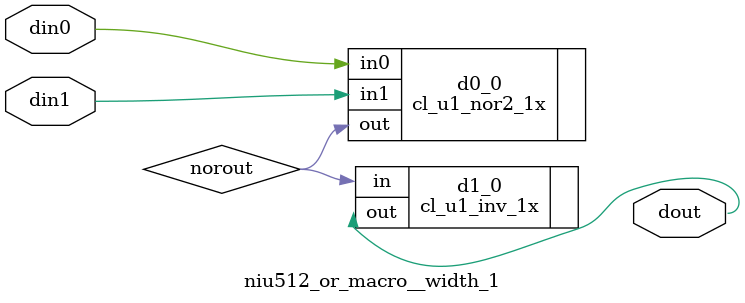
<source format=v>
module n2_niu_dp_512x152s_cust (
  reset, 
  tcu_aclk, 
  tcu_bclk, 
  tcu_scan_en, 
  tcu_se_scancollar_in, 
  tcu_se_scancollar_out, 
  tcu_pce_ov, 
  pce, 
  tcu_array_wr_inhibit, 
  scan_in, 
  scan_out, 
  hdr_sram_rvalue, 
  hdr_sram_rid, 
  hdr_sram_wr_en, 
  hdr_sram_red_clr, 
  sram_hdr_read_data, 
  wr_adr, 
  wr_en, 
  rd_adr, 
  rd_en, 
  din, 
  dout, 
  l2clk_2x, 
  l2clk);
wire array_scan_out;
 

input                   reset;
input                   tcu_aclk;
input                   tcu_bclk;
input                   tcu_scan_en;
input                   tcu_se_scancollar_in;
input                   tcu_se_scancollar_out;
input                   tcu_pce_ov;
input                   pce;
input                   tcu_array_wr_inhibit;
input                   scan_in;
output                  scan_out;

input             [6:0] hdr_sram_rvalue;
input             [1:0] hdr_sram_rid;
input                   hdr_sram_wr_en;
input                   hdr_sram_red_clr;
output            [6:0] sram_hdr_read_data;

input             [8:0] wr_adr;
input                   wr_en;
input             [8:0] rd_adr;
input                   rd_en;
input           [151:0] din;
output          [151:0] dout;
input                   l2clk_2x;
input                   l2clk;

wire            [151:0] dout;
wire              [6:0] sram_hdr_read_data;
wire              [6:0] hdr_sram_rvalue;
wire              [1:0] hdr_sram_rid;
wire              [8:0] wr_adr;
wire              [8:0] rd_adr;
wire            [151:0] din;







wire              [5:0] red_value_b0;      // to subbank
wire              [5:0] red_value_b1;
wire              [5:0] red_value_b2;
wire              [5:0] red_value_b3;
wire              	repair_en_b0;
wire              	repair_en_b1;
wire              	repair_en_b2;
wire              	repair_en_b3;

wire                    scan_in_repair;
wire                    scan_out_repair;

  n2_niu_dp_512x152s_bank niu_dp_512x152s_bank_0 (
                        .reset                  (reset),
                        .tcu_aclk               (tcu_aclk),
                        .tcu_bclk               (tcu_bclk),
                        .pce                    (pce),
                        .tcu_pce_ov             (tcu_pce_ov),
                        .tcu_scan_en            (tcu_scan_en),
                        .tcu_se_scancollar_in   (tcu_se_scancollar_in),
                        .tcu_array_wr_inhibit   (tcu_array_wr_inhibit),
                        .l2clk                  (l2clk),
                        .l2clk_2x               (l2clk_2x),
                        .wr_adr                 (wr_adr),
                        .wr_en                  (wr_en),
                        .rd_adr                 (rd_adr),
                        .rd_en                  (rd_en),
                        .din                    (din),
                        .scan_in                (scan_in),
                        .scan_out               (array_scan_out),
                        .red_v_br               (red_value_b0),
                        .red_v_bl               (red_value_b1),
                        .red_v_tr               (red_value_b2),
                        .red_v_tl               (red_value_b3),
                        .red_en_br              (repair_en_b0),
                        .red_en_bl              (repair_en_b1),
                        .red_en_tr              (repair_en_b2),
                        .red_en_tl              (repair_en_b3),
                        .dout                   (dout)
                       );


  n2_niu_dp_512x152s_repair niu_dp_512x152s_repair_0 (
                        .aclk                   (tcu_aclk),
                        .bclk                   (tcu_bclk),
                        .pce                    (pce),
                        .tcu_pce_ov             (tcu_pce_ov),
                        .tcu_scan_en            (tcu_scan_en),
                        .tcu_se_scancollar_in   (tcu_se_scancollar_in),
                        .tcu_se_scancollar_out  (tcu_se_scancollar_out),
                        .tcu_array_wr_inhibit   (tcu_array_wr_inhibit),
                        .scanin_red             (array_scan_out),
                        .hdr_sram_rvalue        (hdr_sram_rvalue),
                        .hdr_sram_rid           (hdr_sram_rid),
                        .hdr_sram_wr_en         (hdr_sram_wr_en),
                        .hdr_sram_red_clr       (hdr_sram_red_clr),
                        .l2clk                  (l2clk),
                        .sram_hdr_read_data     (sram_hdr_read_data),
                        .red_v_br           	(red_value_b0),   // to subbank
                        .red_v_bl           	(red_value_b1),
                        .red_v_tr           	(red_value_b2),
                        .red_v_tl           	(red_value_b3),
                        .red_en_br           	(repair_en_b0),
                        .red_en_bl           	(repair_en_b1),
                        .red_en_tr           	(repair_en_b2),
                        .red_en_tl           	(repair_en_b3),
                        .scanout_red            (scan_out)
                       );




endmodule




module n2_niu_dp_512x152s_bank (
  reset, 
  din, 
  wr_adr, 
  rd_adr, 
  rd_en, 
  wr_en, 
  tcu_aclk, 
  tcu_bclk, 
  pce, 
  tcu_pce_ov, 
  tcu_scan_en, 
  tcu_se_scancollar_in, 
  tcu_array_wr_inhibit, 
  l2clk, 
  l2clk_2x, 
  scan_in, 
  red_v_br, 
  red_v_bl, 
  red_v_tr, 
  red_v_tl, 
  red_en_br, 
  red_en_bl, 
  red_en_tr, 
  red_en_tl, 
  dout, 
  scan_out);
wire l1clk_in_en;
wire l1clk_in;
wire l1clk_gate_en;
wire l1clk_gate;
wire [8:0] dff_wr_adr_m_scanout;
wire [8:0] dff_rd_adr_m_scanout;
wire dff_rd_en_m_scanin;
wire dff_rd_en_m_scanout;
wire dff_wr_en_m_scanin;
wire dff_wr_en_m_scanout;
wire test_mode;
wire dff_test_mode_scanin;
wire dff_test_mode_scanout;
wire test_clk;
wire dff_test_clk_scanin;
wire dff_test_clk_scanout;
wire do_A_read_2x_a;
wire do_B_write_2x_a;
wire [151:0] wdata_2x_b;
 

input                   reset;
input           [151:0] din;
input             [8:0] wr_adr;
input             [8:0] rd_adr;
input                   rd_en;
input                   wr_en;
input                   tcu_aclk;
input                   tcu_bclk;
input                   pce;
input                   tcu_pce_ov;
input                   tcu_scan_en;
input                   tcu_se_scancollar_in;
input                   tcu_array_wr_inhibit;
input                   l2clk;
input                   l2clk_2x;
input                   scan_in;

input		  [5:0] red_v_br;
input		  [5:0] red_v_bl;
input		  [5:0] red_v_tr;
input		  [5:0] red_v_tl;
input			red_en_br;
input			red_en_bl;
input			red_en_tr;
input			red_en_tl;

output          [151:0] dout;
output                  scan_out;



wire             [5:0] 	red_value_b0;
wire             [5:0] 	red_value_b1;
wire             [5:0] 	red_value_b2;
wire             [5:0] 	red_value_b3;
wire             [3:0] 	repair_en_bk;
wire            [151:0] dout;      //


// scan renames
// end scan

wire                    rd_en_a;
wire                    wr_en_a;
wire            [151:0] wdata_b;
wire              [8:0] addr_a;

wire                    wcs_a;

wire             [37:0] din_br;
wire             [37:0] din_tr;
wire             [37:0] din_bl;
wire             [37:0] din_tl;

wire            [151:0] rd_dout;

wire              [3:0] rd_en_column;
wire              [3:0] wt_en_column;

wire             [37:0] ary_rdout_br;
wire             [37:0] ary_rdout_tr;
wire             [37:0] ary_rdout_bl;
wire             [37:0] ary_rdout_tl;

wire siclk, soclk;
assign siclk = tcu_aclk;
assign soclk = tcu_bclk;


//=#=#=#=#=#=#=#=#=#=#=#=#=#=#=#=#=#=#=#=#=#=#=#=#=#=#=#=#=#=#=#=#=#=#=#=#=#=#=#=#=#=#=#=#=
//================================================
// l2 clock Domain: Clock headers
//================================================
//cl_sc1_l1hdr_8x l1ch_in (
//                              .l1clk       (l1clk_in),
//                              .l2clk       (l2clk),
//                              .se          (tcu_se_scancollar_in),
//                              .pce         (pce),
//                              .pce_ov      (tcu_pce_ov),
//                              .stop        (1'b0)
//                             );

//cl_sc1_l1hdr_8x l1ch_gate (
//                              .l1clk       (l1clk_gate),
//                              .l2clk       (l2clk),
//                              .se          (tcu_scan_en),
//                              .pce         (pce),
//                              .pce_ov      (tcu_pce_ov),
//                              .stop        (1'b0)
//                             );

///////////////////////////////////
// decomposed l1hdr for l1clk_in
///////////////////////////////////

cl_mc1_l1enable_12x l1ch_in_l1en (
                                .l2clk          (l2clk),
                                .pce            (pce),
                                .pce_ov         (tcu_pce_ov),
                                .l1en           (l1clk_in_en)
                        );

cl_mc1_l1driver_12x l1ch_in_l1drvr (
                                .se             (tcu_se_scancollar_in),
                                .l1en           (l1clk_in_en),
                                .l1clk          (l1clk_in),
  .l2clk(l2clk)
                        );

///////////////////////////////////
// decomposed l1hdr for l1clk_gate
///////////////////////////////////

cl_mc1_l1enable_12x l1ch_gate_l1en (
                                .l2clk          (l2clk),
                                .pce            (pce),
                                .pce_ov         (tcu_pce_ov),
                                .l1en           (l1clk_gate_en)
                        );

cl_mc1_l1driver_12x l1ch_gate_l1drvr (
                                .se             (tcu_scan_en),
                                .l1en           (l1clk_gate_en),
                                .l1clk          (l1clk_gate),
  .l2clk(l2clk)
                        );



//================================================
//  l2 clock Domain: Input flops
//================================================

// ------------ controls_ph.a register --------------
/****************************************************
//reg               [8:0] rd_adr_m;
//reg               [8:0] wr_adr_m;
//reg                     rd_en_m;
//reg                     wr_en_m;
//
//  always @(posedge l1clk_in) begin
//    rd_adr_m     <= rd_adr;
//    wr_adr_m     <= wr_adr;
//    rd_en_m      <= rd_en;
//    wr_en_m      <= wr_en;
//  end

*****************************************************/
wire              [8:0] rd_adr_m;
wire              [8:0] wr_adr_m;
wire                    rd_en_m;
wire                    wr_en_m;
wire 			reset_l;
wire            [151:0] din_m;
wire		  [8:0] dff_wr_adr_m_scanin;
wire		  [8:0] dff_rd_adr_m_scanin;

assign reset_l = ~reset;

//  msff_ctl_macro dff_ctrls_m (width=(9*2+2), clr_=1) (
//    .scan_in    (scan_in),
//    .scan_out   (dff_ctrls_m_scanout),
//    .clr_       (reset_l),    
//    .l1clk      (l1clk_in),
//    .din        ({rd_en,  wr_en,  rd_adr[8:0],  wr_adr[8:0]}),
//    .dout       ({rd_en_m,wr_en_m,rd_adr_m[8:0],wr_adr_m[8:0]}) );


  cl_sc1_msff_syrst_4x wr_adr_m00 (.d(wr_adr[0]),   .si(dff_wr_adr_m_scanin[0]),  .q(wr_adr_m[0]),  .so(dff_wr_adr_m_scanout[0]),
                                  .reset(reset_l), .l1clk(l1clk_in),             .siclk(siclk),    .soclk(soclk) );
  cl_sc1_msff_syrst_4x wr_adr_m01 (.d(wr_adr[1]),   .si(dff_wr_adr_m_scanin[1]),  .q(wr_adr_m[1]),  .so(dff_wr_adr_m_scanout[1]),
                                  .reset(reset_l), .l1clk(l1clk_in),             .siclk(siclk),    .soclk(soclk) );
  cl_sc1_msff_syrst_4x wr_adr_m02 (.d(wr_adr[2]),   .si(dff_wr_adr_m_scanin[2]),  .q(wr_adr_m[2]),  .so(dff_wr_adr_m_scanout[2]),
                                  .reset(reset_l), .l1clk(l1clk_in),             .siclk(siclk),    .soclk(soclk) );
  cl_sc1_msff_syrst_4x wr_adr_m03 (.d(wr_adr[3]),   .si(dff_wr_adr_m_scanin[3]),  .q(wr_adr_m[3]),  .so(dff_wr_adr_m_scanout[3]),
                                  .reset(reset_l), .l1clk(l1clk_in),             .siclk(siclk),    .soclk(soclk) );
  cl_sc1_msff_syrst_4x wr_adr_m04 (.d(wr_adr[4]),   .si(dff_wr_adr_m_scanin[4]),  .q(wr_adr_m[4]),  .so(dff_wr_adr_m_scanout[4]),
                                  .reset(reset_l), .l1clk(l1clk_in),             .siclk(siclk),    .soclk(soclk) );
  cl_sc1_msff_syrst_4x wr_adr_m05 (.d(wr_adr[5]),   .si(dff_wr_adr_m_scanin[5]),  .q(wr_adr_m[5]),  .so(dff_wr_adr_m_scanout[5]),
                                  .reset(reset_l), .l1clk(l1clk_in),             .siclk(siclk),    .soclk(soclk) );
  cl_sc1_msff_syrst_4x wr_adr_m06 (.d(wr_adr[6]),   .si(dff_wr_adr_m_scanin[6]),  .q(wr_adr_m[6]),  .so(dff_wr_adr_m_scanout[6]),
                                  .reset(reset_l), .l1clk(l1clk_in),             .siclk(siclk),    .soclk(soclk) );
  cl_sc1_msff_syrst_4x wr_adr_m07 (.d(wr_adr[7]),   .si(dff_wr_adr_m_scanin[7]),  .q(wr_adr_m[7]),  .so(dff_wr_adr_m_scanout[7]),
                                  .reset(reset_l), .l1clk(l1clk_in),             .siclk(siclk),    .soclk(soclk) );
  cl_sc1_msff_syrst_4x wr_adr_m08 (.d(wr_adr[8]),   .si(dff_wr_adr_m_scanin[8]),  .q(wr_adr_m[8]),  .so(dff_wr_adr_m_scanout[8]),
                                  .reset(reset_l), .l1clk(l1clk_in),             .siclk(siclk),    .soclk(soclk) );

  cl_sc1_msff_syrst_4x rd_adr_m00 (.d(rd_adr[0]),   .si(dff_rd_adr_m_scanin[0]),  .q(rd_adr_m[0]),  .so(dff_rd_adr_m_scanout[0]),
                                  .reset(reset_l), .l1clk(l1clk_in),             .siclk(siclk),    .soclk(soclk) );
  cl_sc1_msff_syrst_4x rd_adr_m01 (.d(rd_adr[1]),   .si(dff_rd_adr_m_scanin[1]),  .q(rd_adr_m[1]),  .so(dff_rd_adr_m_scanout[1]),
                                  .reset(reset_l), .l1clk(l1clk_in),             .siclk(siclk),    .soclk(soclk) );
  cl_sc1_msff_syrst_4x rd_adr_m02 (.d(rd_adr[2]),   .si(dff_rd_adr_m_scanin[2]),  .q(rd_adr_m[2]),  .so(dff_rd_adr_m_scanout[2]),
                                  .reset(reset_l), .l1clk(l1clk_in),             .siclk(siclk),    .soclk(soclk) );
  cl_sc1_msff_syrst_4x rd_adr_m03 (.d(rd_adr[3]),   .si(dff_rd_adr_m_scanin[3]),  .q(rd_adr_m[3]),  .so(dff_rd_adr_m_scanout[3]),
                                  .reset(reset_l), .l1clk(l1clk_in),             .siclk(siclk),    .soclk(soclk) );
  cl_sc1_msff_syrst_4x rd_adr_m04 (.d(rd_adr[4]),   .si(dff_rd_adr_m_scanin[4]),  .q(rd_adr_m[4]),  .so(dff_rd_adr_m_scanout[4]),
                                  .reset(reset_l), .l1clk(l1clk_in),             .siclk(siclk),    .soclk(soclk) );
  cl_sc1_msff_syrst_4x rd_adr_m05 (.d(rd_adr[5]),   .si(dff_rd_adr_m_scanin[5]),  .q(rd_adr_m[5]),  .so(dff_rd_adr_m_scanout[5]),
                                  .reset(reset_l), .l1clk(l1clk_in),             .siclk(siclk),    .soclk(soclk) );
  cl_sc1_msff_syrst_4x rd_adr_m06 (.d(rd_adr[6]),   .si(dff_rd_adr_m_scanin[6]),  .q(rd_adr_m[6]),  .so(dff_rd_adr_m_scanout[6]),
                                  .reset(reset_l), .l1clk(l1clk_in),             .siclk(siclk),    .soclk(soclk) );
  cl_sc1_msff_syrst_4x rd_adr_m07 (.d(rd_adr[7]),   .si(dff_rd_adr_m_scanin[7]),  .q(rd_adr_m[7]),  .so(dff_rd_adr_m_scanout[7]),
                                  .reset(reset_l), .l1clk(l1clk_in),             .siclk(siclk),    .soclk(soclk) );
  cl_sc1_msff_syrst_4x rd_adr_m08 (.d(rd_adr[8]),   .si(dff_rd_adr_m_scanin[8]),  .q(rd_adr_m[8]),  .so(dff_rd_adr_m_scanout[8]),
                                  .reset(reset_l), .l1clk(l1clk_in),             .siclk(siclk),    .soclk(soclk) );

  cl_sc1_msff_syrst_4x rd_en_m0   (.d(rd_en),       .si(dff_rd_en_m_scanin),      .q(rd_en_m),      .so(dff_rd_en_m_scanout),
                                  .reset(reset_l), .l1clk(l1clk_in),             .siclk(siclk),    .soclk(soclk) );
  cl_sc1_msff_syrst_4x wr_en_m0   (.d(wr_en),       .si(dff_wr_en_m_scanin),      .q(wr_en_m),      .so(dff_wr_en_m_scanout),
                                  .reset(reset_l), .l1clk(l1clk_in),             .siclk(siclk),    .soclk(soclk) );

// ------------ write_data_ph.a register ------------
//
//reg             [151:0] din_m;
//
//
//  always @(posedge l1clk_in) begin
//    din_m        <= din;
//  end

//  msff_ctl_macro dff_wdata_m (width=152, clr_=1) (
//    .scan_in    (dff_ctrls_m_scanout),
//    .scan_out   (dff_wdata_m_scanout),
//    .clr_       (reset_l),
//    .l1clk      (l1clk_in),
//    .din        (din[151:0]),
//    .dout       (din_m[151:0]) );


wire            [151:0] dff_wdata_m_scanin, dff_wdata_m_scanout;

  cl_sc1_msff_syrst_4x din_m000 (.d(din[0]),    .si(dff_wdata_m_scanin[0]), .q(din_m[0]), .so(dff_wdata_m_scanout[0]),
                                .reset(reset_l), .l1clk(l1clk_in),             .siclk(siclk),  .soclk(soclk) );
  cl_sc1_msff_syrst_4x din_m001 (.d(din[1]),    .si(dff_wdata_m_scanin[1]), .q(din_m[1]), .so(dff_wdata_m_scanout[1]),
                                .reset(reset_l), .l1clk(l1clk_in),             .siclk(siclk),  .soclk(soclk) );
  cl_sc1_msff_syrst_4x din_m002 (.d(din[2]),    .si(dff_wdata_m_scanin[2]), .q(din_m[2]), .so(dff_wdata_m_scanout[2]),
                                .reset(reset_l), .l1clk(l1clk_in),             .siclk(siclk),  .soclk(soclk) );
  cl_sc1_msff_syrst_4x din_m003 (.d(din[3]),    .si(dff_wdata_m_scanin[3]), .q(din_m[3]), .so(dff_wdata_m_scanout[3]),
                                .reset(reset_l), .l1clk(l1clk_in),             .siclk(siclk),  .soclk(soclk) );
  cl_sc1_msff_syrst_4x din_m004 (.d(din[4]),    .si(dff_wdata_m_scanin[4]), .q(din_m[4]), .so(dff_wdata_m_scanout[4]),
                                .reset(reset_l), .l1clk(l1clk_in),             .siclk(siclk),  .soclk(soclk) );
  cl_sc1_msff_syrst_4x din_m005 (.d(din[5]),    .si(dff_wdata_m_scanin[5]), .q(din_m[5]), .so(dff_wdata_m_scanout[5]),
                                .reset(reset_l), .l1clk(l1clk_in),             .siclk(siclk),  .soclk(soclk) );
  cl_sc1_msff_syrst_4x din_m006 (.d(din[6]),    .si(dff_wdata_m_scanin[6]), .q(din_m[6]), .so(dff_wdata_m_scanout[6]),
                                .reset(reset_l), .l1clk(l1clk_in),             .siclk(siclk),  .soclk(soclk) );
  cl_sc1_msff_syrst_4x din_m007 (.d(din[7]),    .si(dff_wdata_m_scanin[7]), .q(din_m[7]), .so(dff_wdata_m_scanout[7]),
                                .reset(reset_l), .l1clk(l1clk_in),             .siclk(siclk),  .soclk(soclk) );
  cl_sc1_msff_syrst_4x din_m008 (.d(din[8]),    .si(dff_wdata_m_scanin[8]), .q(din_m[8]), .so(dff_wdata_m_scanout[8]),
                                .reset(reset_l), .l1clk(l1clk_in),             .siclk(siclk),  .soclk(soclk) );
  cl_sc1_msff_syrst_4x din_m009 (.d(din[9]),    .si(dff_wdata_m_scanin[9]), .q(din_m[9]), .so(dff_wdata_m_scanout[9]),
                                .reset(reset_l), .l1clk(l1clk_in),             .siclk(siclk),  .soclk(soclk) );

  cl_sc1_msff_syrst_4x din_m010 (.d(din[10]),    .si(dff_wdata_m_scanin[10]), .q(din_m[10]), .so(dff_wdata_m_scanout[10]),
                                .reset(reset_l), .l1clk(l1clk_in),             .siclk(siclk),  .soclk(soclk) );
  cl_sc1_msff_syrst_4x din_m011 (.d(din[11]),    .si(dff_wdata_m_scanin[11]), .q(din_m[11]), .so(dff_wdata_m_scanout[11]),
                                .reset(reset_l), .l1clk(l1clk_in),             .siclk(siclk),  .soclk(soclk) );
  cl_sc1_msff_syrst_4x din_m012 (.d(din[12]),    .si(dff_wdata_m_scanin[12]), .q(din_m[12]), .so(dff_wdata_m_scanout[12]),
                                .reset(reset_l), .l1clk(l1clk_in),             .siclk(siclk),  .soclk(soclk) );
  cl_sc1_msff_syrst_4x din_m013 (.d(din[13]),    .si(dff_wdata_m_scanin[13]), .q(din_m[13]), .so(dff_wdata_m_scanout[13]),
                                .reset(reset_l), .l1clk(l1clk_in),             .siclk(siclk),  .soclk(soclk) );
  cl_sc1_msff_syrst_4x din_m014 (.d(din[14]),    .si(dff_wdata_m_scanin[14]), .q(din_m[14]), .so(dff_wdata_m_scanout[14]),
                                .reset(reset_l), .l1clk(l1clk_in),             .siclk(siclk),  .soclk(soclk) );
  cl_sc1_msff_syrst_4x din_m015 (.d(din[15]),    .si(dff_wdata_m_scanin[15]), .q(din_m[15]), .so(dff_wdata_m_scanout[15]),
                                .reset(reset_l), .l1clk(l1clk_in),             .siclk(siclk),  .soclk(soclk) );
  cl_sc1_msff_syrst_4x din_m016 (.d(din[16]),    .si(dff_wdata_m_scanin[16]), .q(din_m[16]), .so(dff_wdata_m_scanout[16]),
                                .reset(reset_l), .l1clk(l1clk_in),             .siclk(siclk),  .soclk(soclk) );
  cl_sc1_msff_syrst_4x din_m017 (.d(din[17]),    .si(dff_wdata_m_scanin[17]), .q(din_m[17]), .so(dff_wdata_m_scanout[17]),
                                .reset(reset_l), .l1clk(l1clk_in),             .siclk(siclk),  .soclk(soclk) );
  cl_sc1_msff_syrst_4x din_m018 (.d(din[18]),    .si(dff_wdata_m_scanin[18]), .q(din_m[18]), .so(dff_wdata_m_scanout[18]),
                                .reset(reset_l), .l1clk(l1clk_in),             .siclk(siclk),  .soclk(soclk) );
  cl_sc1_msff_syrst_4x din_m019 (.d(din[19]),    .si(dff_wdata_m_scanin[19]), .q(din_m[19]), .so(dff_wdata_m_scanout[19]),
                                .reset(reset_l), .l1clk(l1clk_in),             .siclk(siclk),  .soclk(soclk) );

  cl_sc1_msff_syrst_4x din_m020 (.d(din[20]),    .si(dff_wdata_m_scanin[20]), .q(din_m[20]), .so(dff_wdata_m_scanout[20]),
                                .reset(reset_l), .l1clk(l1clk_in),             .siclk(siclk),  .soclk(soclk) );
  cl_sc1_msff_syrst_4x din_m021 (.d(din[21]),    .si(dff_wdata_m_scanin[21]), .q(din_m[21]), .so(dff_wdata_m_scanout[21]),
                                .reset(reset_l), .l1clk(l1clk_in),             .siclk(siclk),  .soclk(soclk) );
  cl_sc1_msff_syrst_4x din_m022 (.d(din[22]),    .si(dff_wdata_m_scanin[22]), .q(din_m[22]), .so(dff_wdata_m_scanout[22]),
                                .reset(reset_l), .l1clk(l1clk_in),             .siclk(siclk),  .soclk(soclk) );
  cl_sc1_msff_syrst_4x din_m023 (.d(din[23]),    .si(dff_wdata_m_scanin[23]), .q(din_m[23]), .so(dff_wdata_m_scanout[23]),
                                .reset(reset_l), .l1clk(l1clk_in),             .siclk(siclk),  .soclk(soclk) );
  cl_sc1_msff_syrst_4x din_m024 (.d(din[24]),    .si(dff_wdata_m_scanin[24]), .q(din_m[24]), .so(dff_wdata_m_scanout[24]),
                                .reset(reset_l), .l1clk(l1clk_in),             .siclk(siclk),  .soclk(soclk) );
  cl_sc1_msff_syrst_4x din_m025 (.d(din[25]),    .si(dff_wdata_m_scanin[25]), .q(din_m[25]), .so(dff_wdata_m_scanout[25]),
                                .reset(reset_l), .l1clk(l1clk_in),             .siclk(siclk),  .soclk(soclk) );
  cl_sc1_msff_syrst_4x din_m026 (.d(din[26]),    .si(dff_wdata_m_scanin[26]), .q(din_m[26]), .so(dff_wdata_m_scanout[26]),
                                .reset(reset_l), .l1clk(l1clk_in),             .siclk(siclk),  .soclk(soclk) );
  cl_sc1_msff_syrst_4x din_m027 (.d(din[27]),    .si(dff_wdata_m_scanin[27]), .q(din_m[27]), .so(dff_wdata_m_scanout[27]),
                                .reset(reset_l), .l1clk(l1clk_in),             .siclk(siclk),  .soclk(soclk) );
  cl_sc1_msff_syrst_4x din_m028 (.d(din[28]),    .si(dff_wdata_m_scanin[28]), .q(din_m[28]), .so(dff_wdata_m_scanout[28]),
                                .reset(reset_l), .l1clk(l1clk_in),             .siclk(siclk),  .soclk(soclk) );
  cl_sc1_msff_syrst_4x din_m029 (.d(din[29]),    .si(dff_wdata_m_scanin[29]), .q(din_m[29]), .so(dff_wdata_m_scanout[29]),
                                .reset(reset_l), .l1clk(l1clk_in),             .siclk(siclk),  .soclk(soclk) );

  cl_sc1_msff_syrst_4x din_m030 (.d(din[30]),    .si(dff_wdata_m_scanin[30]), .q(din_m[30]), .so(dff_wdata_m_scanout[30]),
                                .reset(reset_l), .l1clk(l1clk_in),             .siclk(siclk),  .soclk(soclk) );
  cl_sc1_msff_syrst_4x din_m031 (.d(din[31]),    .si(dff_wdata_m_scanin[31]), .q(din_m[31]), .so(dff_wdata_m_scanout[31]),
                                .reset(reset_l), .l1clk(l1clk_in),             .siclk(siclk),  .soclk(soclk) );
  cl_sc1_msff_syrst_4x din_m032 (.d(din[32]),    .si(dff_wdata_m_scanin[32]), .q(din_m[32]), .so(dff_wdata_m_scanout[32]),
                                .reset(reset_l), .l1clk(l1clk_in),             .siclk(siclk),  .soclk(soclk) );
  cl_sc1_msff_syrst_4x din_m033 (.d(din[33]),    .si(dff_wdata_m_scanin[33]), .q(din_m[33]), .so(dff_wdata_m_scanout[33]),
                                .reset(reset_l), .l1clk(l1clk_in),             .siclk(siclk),  .soclk(soclk) );
  cl_sc1_msff_syrst_4x din_m034 (.d(din[34]),    .si(dff_wdata_m_scanin[34]), .q(din_m[34]), .so(dff_wdata_m_scanout[34]),
                                .reset(reset_l), .l1clk(l1clk_in),             .siclk(siclk),  .soclk(soclk) );
  cl_sc1_msff_syrst_4x din_m035 (.d(din[35]),    .si(dff_wdata_m_scanin[35]), .q(din_m[35]), .so(dff_wdata_m_scanout[35]),
                                .reset(reset_l), .l1clk(l1clk_in),             .siclk(siclk),  .soclk(soclk) );
  cl_sc1_msff_syrst_4x din_m036 (.d(din[36]),    .si(dff_wdata_m_scanin[36]), .q(din_m[36]), .so(dff_wdata_m_scanout[36]),
                                .reset(reset_l), .l1clk(l1clk_in),             .siclk(siclk),  .soclk(soclk) );
  cl_sc1_msff_syrst_4x din_m037 (.d(din[37]),    .si(dff_wdata_m_scanin[37]), .q(din_m[37]), .so(dff_wdata_m_scanout[37]),
                                .reset(reset_l), .l1clk(l1clk_in),             .siclk(siclk),  .soclk(soclk) );
  cl_sc1_msff_syrst_4x din_m038 (.d(din[38]),    .si(dff_wdata_m_scanin[38]), .q(din_m[38]), .so(dff_wdata_m_scanout[38]),
                                .reset(reset_l), .l1clk(l1clk_in),             .siclk(siclk),  .soclk(soclk) );
  cl_sc1_msff_syrst_4x din_m039 (.d(din[39]),    .si(dff_wdata_m_scanin[39]), .q(din_m[39]), .so(dff_wdata_m_scanout[39]),
                                .reset(reset_l), .l1clk(l1clk_in),             .siclk(siclk),  .soclk(soclk) );

  cl_sc1_msff_syrst_4x din_m040 (.d(din[40]),    .si(dff_wdata_m_scanin[40]), .q(din_m[40]), .so(dff_wdata_m_scanout[40]),
                                .reset(reset_l), .l1clk(l1clk_in),             .siclk(siclk),  .soclk(soclk) );
  cl_sc1_msff_syrst_4x din_m041 (.d(din[41]),    .si(dff_wdata_m_scanin[41]), .q(din_m[41]), .so(dff_wdata_m_scanout[41]),
                                .reset(reset_l), .l1clk(l1clk_in),             .siclk(siclk),  .soclk(soclk) );
  cl_sc1_msff_syrst_4x din_m042 (.d(din[42]),    .si(dff_wdata_m_scanin[42]), .q(din_m[42]), .so(dff_wdata_m_scanout[42]),
                                .reset(reset_l), .l1clk(l1clk_in),             .siclk(siclk),  .soclk(soclk) );
  cl_sc1_msff_syrst_4x din_m043 (.d(din[43]),    .si(dff_wdata_m_scanin[43]), .q(din_m[43]), .so(dff_wdata_m_scanout[43]),
                                .reset(reset_l), .l1clk(l1clk_in),             .siclk(siclk),  .soclk(soclk) );
  cl_sc1_msff_syrst_4x din_m044 (.d(din[44]),    .si(dff_wdata_m_scanin[44]), .q(din_m[44]), .so(dff_wdata_m_scanout[44]),
                                .reset(reset_l), .l1clk(l1clk_in),             .siclk(siclk),  .soclk(soclk) );
  cl_sc1_msff_syrst_4x din_m045 (.d(din[45]),    .si(dff_wdata_m_scanin[45]), .q(din_m[45]), .so(dff_wdata_m_scanout[45]),
                                .reset(reset_l), .l1clk(l1clk_in),             .siclk(siclk),  .soclk(soclk) );
  cl_sc1_msff_syrst_4x din_m046 (.d(din[46]),    .si(dff_wdata_m_scanin[46]), .q(din_m[46]), .so(dff_wdata_m_scanout[46]),
                                .reset(reset_l), .l1clk(l1clk_in),             .siclk(siclk),  .soclk(soclk) );
  cl_sc1_msff_syrst_4x din_m047 (.d(din[47]),    .si(dff_wdata_m_scanin[47]), .q(din_m[47]), .so(dff_wdata_m_scanout[47]),
                                .reset(reset_l), .l1clk(l1clk_in),             .siclk(siclk),  .soclk(soclk) );
  cl_sc1_msff_syrst_4x din_m048 (.d(din[48]),    .si(dff_wdata_m_scanin[48]), .q(din_m[48]), .so(dff_wdata_m_scanout[48]),
                                .reset(reset_l), .l1clk(l1clk_in),             .siclk(siclk),  .soclk(soclk) );
  cl_sc1_msff_syrst_4x din_m049 (.d(din[49]),    .si(dff_wdata_m_scanin[49]), .q(din_m[49]), .so(dff_wdata_m_scanout[49]),
                                .reset(reset_l), .l1clk(l1clk_in),             .siclk(siclk),  .soclk(soclk) );

  cl_sc1_msff_syrst_4x din_m050 (.d(din[50]),    .si(dff_wdata_m_scanin[50]), .q(din_m[50]), .so(dff_wdata_m_scanout[50]),
                                .reset(reset_l), .l1clk(l1clk_in),             .siclk(siclk),  .soclk(soclk) );
  cl_sc1_msff_syrst_4x din_m051 (.d(din[51]),    .si(dff_wdata_m_scanin[51]), .q(din_m[51]), .so(dff_wdata_m_scanout[51]),
                                .reset(reset_l), .l1clk(l1clk_in),             .siclk(siclk),  .soclk(soclk) );
  cl_sc1_msff_syrst_4x din_m052 (.d(din[52]),    .si(dff_wdata_m_scanin[52]), .q(din_m[52]), .so(dff_wdata_m_scanout[52]),
                                .reset(reset_l), .l1clk(l1clk_in),             .siclk(siclk),  .soclk(soclk) );
  cl_sc1_msff_syrst_4x din_m053 (.d(din[53]),    .si(dff_wdata_m_scanin[53]), .q(din_m[53]), .so(dff_wdata_m_scanout[53]),
                                .reset(reset_l), .l1clk(l1clk_in),             .siclk(siclk),  .soclk(soclk) );
  cl_sc1_msff_syrst_4x din_m054 (.d(din[54]),    .si(dff_wdata_m_scanin[54]), .q(din_m[54]), .so(dff_wdata_m_scanout[54]),
                                .reset(reset_l), .l1clk(l1clk_in),             .siclk(siclk),  .soclk(soclk) );
  cl_sc1_msff_syrst_4x din_m055 (.d(din[55]),    .si(dff_wdata_m_scanin[55]), .q(din_m[55]), .so(dff_wdata_m_scanout[55]),
                                .reset(reset_l), .l1clk(l1clk_in),             .siclk(siclk),  .soclk(soclk) );
  cl_sc1_msff_syrst_4x din_m056 (.d(din[56]),    .si(dff_wdata_m_scanin[56]), .q(din_m[56]), .so(dff_wdata_m_scanout[56]),
                                .reset(reset_l), .l1clk(l1clk_in),             .siclk(siclk),  .soclk(soclk) );
  cl_sc1_msff_syrst_4x din_m057 (.d(din[57]),    .si(dff_wdata_m_scanin[57]), .q(din_m[57]), .so(dff_wdata_m_scanout[57]),
                                .reset(reset_l), .l1clk(l1clk_in),             .siclk(siclk),  .soclk(soclk) );
  cl_sc1_msff_syrst_4x din_m058 (.d(din[58]),    .si(dff_wdata_m_scanin[58]), .q(din_m[58]), .so(dff_wdata_m_scanout[58]),
                                .reset(reset_l), .l1clk(l1clk_in),             .siclk(siclk),  .soclk(soclk) );
  cl_sc1_msff_syrst_4x din_m059 (.d(din[59]),    .si(dff_wdata_m_scanin[59]), .q(din_m[59]), .so(dff_wdata_m_scanout[59]),
                                .reset(reset_l), .l1clk(l1clk_in),             .siclk(siclk),  .soclk(soclk) );

  cl_sc1_msff_syrst_4x din_m060 (.d(din[60]),    .si(dff_wdata_m_scanin[60]), .q(din_m[60]), .so(dff_wdata_m_scanout[60]),
                                .reset(reset_l), .l1clk(l1clk_in),             .siclk(siclk),  .soclk(soclk) );
  cl_sc1_msff_syrst_4x din_m061 (.d(din[61]),    .si(dff_wdata_m_scanin[61]), .q(din_m[61]), .so(dff_wdata_m_scanout[61]),
                                .reset(reset_l), .l1clk(l1clk_in),             .siclk(siclk),  .soclk(soclk) );
  cl_sc1_msff_syrst_4x din_m062 (.d(din[62]),    .si(dff_wdata_m_scanin[62]), .q(din_m[62]), .so(dff_wdata_m_scanout[62]),
                                .reset(reset_l), .l1clk(l1clk_in),             .siclk(siclk),  .soclk(soclk) );
  cl_sc1_msff_syrst_4x din_m063 (.d(din[63]),    .si(dff_wdata_m_scanin[63]), .q(din_m[63]), .so(dff_wdata_m_scanout[63]),
                                .reset(reset_l), .l1clk(l1clk_in),             .siclk(siclk),  .soclk(soclk) );
  cl_sc1_msff_syrst_4x din_m064 (.d(din[64]),    .si(dff_wdata_m_scanin[64]), .q(din_m[64]), .so(dff_wdata_m_scanout[64]),
                                .reset(reset_l), .l1clk(l1clk_in),             .siclk(siclk),  .soclk(soclk) );
  cl_sc1_msff_syrst_4x din_m065 (.d(din[65]),    .si(dff_wdata_m_scanin[65]), .q(din_m[65]), .so(dff_wdata_m_scanout[65]),
                                .reset(reset_l), .l1clk(l1clk_in),             .siclk(siclk),  .soclk(soclk) );
  cl_sc1_msff_syrst_4x din_m066 (.d(din[66]),    .si(dff_wdata_m_scanin[66]), .q(din_m[66]), .so(dff_wdata_m_scanout[66]),
                                .reset(reset_l), .l1clk(l1clk_in),             .siclk(siclk),  .soclk(soclk) );
  cl_sc1_msff_syrst_4x din_m067 (.d(din[67]),    .si(dff_wdata_m_scanin[67]), .q(din_m[67]), .so(dff_wdata_m_scanout[67]),
                                .reset(reset_l), .l1clk(l1clk_in),             .siclk(siclk),  .soclk(soclk) );
  cl_sc1_msff_syrst_4x din_m068 (.d(din[68]),    .si(dff_wdata_m_scanin[68]), .q(din_m[68]), .so(dff_wdata_m_scanout[68]),
                                .reset(reset_l), .l1clk(l1clk_in),             .siclk(siclk),  .soclk(soclk) );
  cl_sc1_msff_syrst_4x din_m069 (.d(din[69]),    .si(dff_wdata_m_scanin[69]), .q(din_m[69]), .so(dff_wdata_m_scanout[69]),
                                .reset(reset_l), .l1clk(l1clk_in),             .siclk(siclk),  .soclk(soclk) );

  cl_sc1_msff_syrst_4x din_m070 (.d(din[70]),    .si(dff_wdata_m_scanin[70]), .q(din_m[70]), .so(dff_wdata_m_scanout[70]),
                                .reset(reset_l), .l1clk(l1clk_in),             .siclk(siclk),  .soclk(soclk) );
  cl_sc1_msff_syrst_4x din_m071 (.d(din[71]),    .si(dff_wdata_m_scanin[71]), .q(din_m[71]), .so(dff_wdata_m_scanout[71]),
                                .reset(reset_l), .l1clk(l1clk_in),             .siclk(siclk),  .soclk(soclk) );
  cl_sc1_msff_syrst_4x din_m072 (.d(din[72]),    .si(dff_wdata_m_scanin[72]), .q(din_m[72]), .so(dff_wdata_m_scanout[72]),
                                .reset(reset_l), .l1clk(l1clk_in),             .siclk(siclk),  .soclk(soclk) );
  cl_sc1_msff_syrst_4x din_m073 (.d(din[73]),    .si(dff_wdata_m_scanin[73]), .q(din_m[73]), .so(dff_wdata_m_scanout[73]),
                                .reset(reset_l), .l1clk(l1clk_in),             .siclk(siclk),  .soclk(soclk) );
  cl_sc1_msff_syrst_4x din_m074 (.d(din[74]),    .si(dff_wdata_m_scanin[74]), .q(din_m[74]), .so(dff_wdata_m_scanout[74]),
                                .reset(reset_l), .l1clk(l1clk_in),             .siclk(siclk),  .soclk(soclk) );
  cl_sc1_msff_syrst_4x din_m075 (.d(din[75]),    .si(dff_wdata_m_scanin[75]), .q(din_m[75]), .so(dff_wdata_m_scanout[75]),
                                .reset(reset_l), .l1clk(l1clk_in),             .siclk(siclk),  .soclk(soclk) );
  cl_sc1_msff_syrst_4x din_m076 (.d(din[76]),    .si(dff_wdata_m_scanin[76]), .q(din_m[76]), .so(dff_wdata_m_scanout[76]),
                                .reset(reset_l), .l1clk(l1clk_in),             .siclk(siclk),  .soclk(soclk) );
  cl_sc1_msff_syrst_4x din_m077 (.d(din[77]),    .si(dff_wdata_m_scanin[77]), .q(din_m[77]), .so(dff_wdata_m_scanout[77]),
                                .reset(reset_l), .l1clk(l1clk_in),             .siclk(siclk),  .soclk(soclk) );
  cl_sc1_msff_syrst_4x din_m078 (.d(din[78]),    .si(dff_wdata_m_scanin[78]), .q(din_m[78]), .so(dff_wdata_m_scanout[78]),
                                .reset(reset_l), .l1clk(l1clk_in),             .siclk(siclk),  .soclk(soclk) );
  cl_sc1_msff_syrst_4x din_m079 (.d(din[79]),    .si(dff_wdata_m_scanin[79]), .q(din_m[79]), .so(dff_wdata_m_scanout[79]),
                                .reset(reset_l), .l1clk(l1clk_in),             .siclk(siclk),  .soclk(soclk) );

  cl_sc1_msff_syrst_4x din_m080 (.d(din[80]),    .si(dff_wdata_m_scanin[80]), .q(din_m[80]), .so(dff_wdata_m_scanout[80]),
                                .reset(reset_l), .l1clk(l1clk_in),             .siclk(siclk),  .soclk(soclk) );
  cl_sc1_msff_syrst_4x din_m081 (.d(din[81]),    .si(dff_wdata_m_scanin[81]), .q(din_m[81]), .so(dff_wdata_m_scanout[81]),
                                .reset(reset_l), .l1clk(l1clk_in),             .siclk(siclk),  .soclk(soclk) );
  cl_sc1_msff_syrst_4x din_m082 (.d(din[82]),    .si(dff_wdata_m_scanin[82]), .q(din_m[82]), .so(dff_wdata_m_scanout[82]),
                                .reset(reset_l), .l1clk(l1clk_in),             .siclk(siclk),  .soclk(soclk) );
  cl_sc1_msff_syrst_4x din_m083 (.d(din[83]),    .si(dff_wdata_m_scanin[83]), .q(din_m[83]), .so(dff_wdata_m_scanout[83]),
                                .reset(reset_l), .l1clk(l1clk_in),             .siclk(siclk),  .soclk(soclk) );
  cl_sc1_msff_syrst_4x din_m084 (.d(din[84]),    .si(dff_wdata_m_scanin[84]), .q(din_m[84]), .so(dff_wdata_m_scanout[84]),
                                .reset(reset_l), .l1clk(l1clk_in),             .siclk(siclk),  .soclk(soclk) );
  cl_sc1_msff_syrst_4x din_m085 (.d(din[85]),    .si(dff_wdata_m_scanin[85]), .q(din_m[85]), .so(dff_wdata_m_scanout[85]),
                                .reset(reset_l), .l1clk(l1clk_in),             .siclk(siclk),  .soclk(soclk) );
  cl_sc1_msff_syrst_4x din_m086 (.d(din[86]),    .si(dff_wdata_m_scanin[86]), .q(din_m[86]), .so(dff_wdata_m_scanout[86]),
                                .reset(reset_l), .l1clk(l1clk_in),             .siclk(siclk),  .soclk(soclk) );
  cl_sc1_msff_syrst_4x din_m087 (.d(din[87]),    .si(dff_wdata_m_scanin[87]), .q(din_m[87]), .so(dff_wdata_m_scanout[87]),
                                .reset(reset_l), .l1clk(l1clk_in),             .siclk(siclk),  .soclk(soclk) );
  cl_sc1_msff_syrst_4x din_m088 (.d(din[88]),    .si(dff_wdata_m_scanin[88]), .q(din_m[88]), .so(dff_wdata_m_scanout[88]),
                                .reset(reset_l), .l1clk(l1clk_in),             .siclk(siclk),  .soclk(soclk) );
  cl_sc1_msff_syrst_4x din_m089 (.d(din[89]),    .si(dff_wdata_m_scanin[89]), .q(din_m[89]), .so(dff_wdata_m_scanout[89]),
                                .reset(reset_l), .l1clk(l1clk_in),             .siclk(siclk),  .soclk(soclk) );

  cl_sc1_msff_syrst_4x din_m090 (.d(din[90]),    .si(dff_wdata_m_scanin[90]), .q(din_m[90]), .so(dff_wdata_m_scanout[90]),
                                .reset(reset_l), .l1clk(l1clk_in),             .siclk(siclk),  .soclk(soclk) );
  cl_sc1_msff_syrst_4x din_m091 (.d(din[91]),    .si(dff_wdata_m_scanin[91]), .q(din_m[91]), .so(dff_wdata_m_scanout[91]),
                                .reset(reset_l), .l1clk(l1clk_in),             .siclk(siclk),  .soclk(soclk) );
  cl_sc1_msff_syrst_4x din_m092 (.d(din[92]),    .si(dff_wdata_m_scanin[92]), .q(din_m[92]), .so(dff_wdata_m_scanout[92]),
                                .reset(reset_l), .l1clk(l1clk_in),             .siclk(siclk),  .soclk(soclk) );
  cl_sc1_msff_syrst_4x din_m093 (.d(din[93]),    .si(dff_wdata_m_scanin[93]), .q(din_m[93]), .so(dff_wdata_m_scanout[93]),
                                .reset(reset_l), .l1clk(l1clk_in),             .siclk(siclk),  .soclk(soclk) );
  cl_sc1_msff_syrst_4x din_m094 (.d(din[94]),    .si(dff_wdata_m_scanin[94]), .q(din_m[94]), .so(dff_wdata_m_scanout[94]),
                                .reset(reset_l), .l1clk(l1clk_in),             .siclk(siclk),  .soclk(soclk) );
  cl_sc1_msff_syrst_4x din_m095 (.d(din[95]),    .si(dff_wdata_m_scanin[95]), .q(din_m[95]), .so(dff_wdata_m_scanout[95]),
                                .reset(reset_l), .l1clk(l1clk_in),             .siclk(siclk),  .soclk(soclk) );
  cl_sc1_msff_syrst_4x din_m096 (.d(din[96]),    .si(dff_wdata_m_scanin[96]), .q(din_m[96]), .so(dff_wdata_m_scanout[96]),
                                .reset(reset_l), .l1clk(l1clk_in),             .siclk(siclk),  .soclk(soclk) );
  cl_sc1_msff_syrst_4x din_m097 (.d(din[97]),    .si(dff_wdata_m_scanin[97]), .q(din_m[97]), .so(dff_wdata_m_scanout[97]),
                                .reset(reset_l), .l1clk(l1clk_in),             .siclk(siclk),  .soclk(soclk) );
  cl_sc1_msff_syrst_4x din_m098 (.d(din[98]),    .si(dff_wdata_m_scanin[98]), .q(din_m[98]), .so(dff_wdata_m_scanout[98]),
                                .reset(reset_l), .l1clk(l1clk_in),             .siclk(siclk),  .soclk(soclk) );
  cl_sc1_msff_syrst_4x din_m099 (.d(din[99]),    .si(dff_wdata_m_scanin[99]), .q(din_m[99]), .so(dff_wdata_m_scanout[99]),
                                .reset(reset_l), .l1clk(l1clk_in),             .siclk(siclk),  .soclk(soclk) );

  cl_sc1_msff_syrst_4x din_m100 (.d(din[100]),    .si(dff_wdata_m_scanin[100]), .q(din_m[100]), .so(dff_wdata_m_scanout[100]),
                                .reset(reset_l), .l1clk(l1clk_in),             .siclk(siclk),  .soclk(soclk) );
  cl_sc1_msff_syrst_4x din_m101 (.d(din[101]),    .si(dff_wdata_m_scanin[101]), .q(din_m[101]), .so(dff_wdata_m_scanout[101]),
                                .reset(reset_l), .l1clk(l1clk_in),             .siclk(siclk),  .soclk(soclk) );
  cl_sc1_msff_syrst_4x din_m102 (.d(din[102]),    .si(dff_wdata_m_scanin[102]), .q(din_m[102]), .so(dff_wdata_m_scanout[102]),
                                .reset(reset_l), .l1clk(l1clk_in),             .siclk(siclk),  .soclk(soclk) );
  cl_sc1_msff_syrst_4x din_m103 (.d(din[103]),    .si(dff_wdata_m_scanin[103]), .q(din_m[103]), .so(dff_wdata_m_scanout[103]),
                                .reset(reset_l), .l1clk(l1clk_in),             .siclk(siclk),  .soclk(soclk) );
  cl_sc1_msff_syrst_4x din_m104 (.d(din[104]),    .si(dff_wdata_m_scanin[104]), .q(din_m[104]), .so(dff_wdata_m_scanout[104]),
                                .reset(reset_l), .l1clk(l1clk_in),             .siclk(siclk),  .soclk(soclk) );
  cl_sc1_msff_syrst_4x din_m105 (.d(din[105]),    .si(dff_wdata_m_scanin[105]), .q(din_m[105]), .so(dff_wdata_m_scanout[105]),
                                .reset(reset_l), .l1clk(l1clk_in),             .siclk(siclk),  .soclk(soclk) );
  cl_sc1_msff_syrst_4x din_m106 (.d(din[106]),    .si(dff_wdata_m_scanin[106]), .q(din_m[106]), .so(dff_wdata_m_scanout[106]),
                                .reset(reset_l), .l1clk(l1clk_in),             .siclk(siclk),  .soclk(soclk) );
  cl_sc1_msff_syrst_4x din_m107 (.d(din[107]),    .si(dff_wdata_m_scanin[107]), .q(din_m[107]), .so(dff_wdata_m_scanout[107]),
                                .reset(reset_l), .l1clk(l1clk_in),             .siclk(siclk),  .soclk(soclk) );
  cl_sc1_msff_syrst_4x din_m108 (.d(din[108]),    .si(dff_wdata_m_scanin[108]), .q(din_m[108]), .so(dff_wdata_m_scanout[108]),
                                .reset(reset_l), .l1clk(l1clk_in),             .siclk(siclk),  .soclk(soclk) );
  cl_sc1_msff_syrst_4x din_m109 (.d(din[109]),    .si(dff_wdata_m_scanin[109]), .q(din_m[109]), .so(dff_wdata_m_scanout[109]),
                                .reset(reset_l), .l1clk(l1clk_in),             .siclk(siclk),  .soclk(soclk) );

  cl_sc1_msff_syrst_4x din_m110 (.d(din[110]),    .si(dff_wdata_m_scanin[110]), .q(din_m[110]), .so(dff_wdata_m_scanout[110]),
                                .reset(reset_l), .l1clk(l1clk_in),             .siclk(siclk),  .soclk(soclk) );
  cl_sc1_msff_syrst_4x din_m111 (.d(din[111]),    .si(dff_wdata_m_scanin[111]), .q(din_m[111]), .so(dff_wdata_m_scanout[111]),
                                .reset(reset_l), .l1clk(l1clk_in),             .siclk(siclk),  .soclk(soclk) );
  cl_sc1_msff_syrst_4x din_m112 (.d(din[112]),    .si(dff_wdata_m_scanin[112]), .q(din_m[112]), .so(dff_wdata_m_scanout[112]),
                                .reset(reset_l), .l1clk(l1clk_in),             .siclk(siclk),  .soclk(soclk) );
  cl_sc1_msff_syrst_4x din_m113 (.d(din[113]),    .si(dff_wdata_m_scanin[113]), .q(din_m[113]), .so(dff_wdata_m_scanout[113]),
                                .reset(reset_l), .l1clk(l1clk_in),             .siclk(siclk),  .soclk(soclk) );
  cl_sc1_msff_syrst_4x din_m114 (.d(din[114]),    .si(dff_wdata_m_scanin[114]), .q(din_m[114]), .so(dff_wdata_m_scanout[114]),
                                .reset(reset_l), .l1clk(l1clk_in),             .siclk(siclk),  .soclk(soclk) );
  cl_sc1_msff_syrst_4x din_m115 (.d(din[115]),    .si(dff_wdata_m_scanin[115]), .q(din_m[115]), .so(dff_wdata_m_scanout[115]),
                                .reset(reset_l), .l1clk(l1clk_in),             .siclk(siclk),  .soclk(soclk) );
  cl_sc1_msff_syrst_4x din_m116 (.d(din[116]),    .si(dff_wdata_m_scanin[116]), .q(din_m[116]), .so(dff_wdata_m_scanout[116]),
                                .reset(reset_l), .l1clk(l1clk_in),             .siclk(siclk),  .soclk(soclk) );
  cl_sc1_msff_syrst_4x din_m117 (.d(din[117]),    .si(dff_wdata_m_scanin[117]), .q(din_m[117]), .so(dff_wdata_m_scanout[117]),
                                .reset(reset_l), .l1clk(l1clk_in),             .siclk(siclk),  .soclk(soclk) );
  cl_sc1_msff_syrst_4x din_m118 (.d(din[118]),    .si(dff_wdata_m_scanin[118]), .q(din_m[118]), .so(dff_wdata_m_scanout[118]),
                                .reset(reset_l), .l1clk(l1clk_in),             .siclk(siclk),  .soclk(soclk) );
  cl_sc1_msff_syrst_4x din_m119 (.d(din[119]),    .si(dff_wdata_m_scanin[119]), .q(din_m[119]), .so(dff_wdata_m_scanout[119]),
                                .reset(reset_l), .l1clk(l1clk_in),             .siclk(siclk),  .soclk(soclk) );

  cl_sc1_msff_syrst_4x din_m120 (.d(din[120]),    .si(dff_wdata_m_scanin[120]), .q(din_m[120]), .so(dff_wdata_m_scanout[120]),
                                .reset(reset_l), .l1clk(l1clk_in),             .siclk(siclk),  .soclk(soclk) );
  cl_sc1_msff_syrst_4x din_m121 (.d(din[121]),    .si(dff_wdata_m_scanin[121]), .q(din_m[121]), .so(dff_wdata_m_scanout[121]),
                                .reset(reset_l), .l1clk(l1clk_in),             .siclk(siclk),  .soclk(soclk) );
  cl_sc1_msff_syrst_4x din_m122 (.d(din[122]),    .si(dff_wdata_m_scanin[122]), .q(din_m[122]), .so(dff_wdata_m_scanout[122]),
                                .reset(reset_l), .l1clk(l1clk_in),             .siclk(siclk),  .soclk(soclk) );
  cl_sc1_msff_syrst_4x din_m123 (.d(din[123]),    .si(dff_wdata_m_scanin[123]), .q(din_m[123]), .so(dff_wdata_m_scanout[123]),
                                .reset(reset_l), .l1clk(l1clk_in),             .siclk(siclk),  .soclk(soclk) );
  cl_sc1_msff_syrst_4x din_m124 (.d(din[124]),    .si(dff_wdata_m_scanin[124]), .q(din_m[124]), .so(dff_wdata_m_scanout[124]),
                                .reset(reset_l), .l1clk(l1clk_in),             .siclk(siclk),  .soclk(soclk) );
  cl_sc1_msff_syrst_4x din_m125 (.d(din[125]),    .si(dff_wdata_m_scanin[125]), .q(din_m[125]), .so(dff_wdata_m_scanout[125]),
                                .reset(reset_l), .l1clk(l1clk_in),             .siclk(siclk),  .soclk(soclk) );
  cl_sc1_msff_syrst_4x din_m126 (.d(din[126]),    .si(dff_wdata_m_scanin[126]), .q(din_m[126]), .so(dff_wdata_m_scanout[126]),
                                .reset(reset_l), .l1clk(l1clk_in),             .siclk(siclk),  .soclk(soclk) );
  cl_sc1_msff_syrst_4x din_m127 (.d(din[127]),    .si(dff_wdata_m_scanin[127]), .q(din_m[127]), .so(dff_wdata_m_scanout[127]),
                                .reset(reset_l), .l1clk(l1clk_in),             .siclk(siclk),  .soclk(soclk) );
  cl_sc1_msff_syrst_4x din_m128 (.d(din[128]),    .si(dff_wdata_m_scanin[128]), .q(din_m[128]), .so(dff_wdata_m_scanout[128]),
                                .reset(reset_l), .l1clk(l1clk_in),             .siclk(siclk),  .soclk(soclk) );
  cl_sc1_msff_syrst_4x din_m129 (.d(din[129]),    .si(dff_wdata_m_scanin[129]), .q(din_m[129]), .so(dff_wdata_m_scanout[129]),
                                .reset(reset_l), .l1clk(l1clk_in),             .siclk(siclk),  .soclk(soclk) );

  cl_sc1_msff_syrst_4x din_m130 (.d(din[130]),    .si(dff_wdata_m_scanin[130]), .q(din_m[130]), .so(dff_wdata_m_scanout[130]),
                                .reset(reset_l), .l1clk(l1clk_in),             .siclk(siclk),  .soclk(soclk) );
  cl_sc1_msff_syrst_4x din_m131 (.d(din[131]),    .si(dff_wdata_m_scanin[131]), .q(din_m[131]), .so(dff_wdata_m_scanout[131]),
                                .reset(reset_l), .l1clk(l1clk_in),             .siclk(siclk),  .soclk(soclk) );
  cl_sc1_msff_syrst_4x din_m132 (.d(din[132]),    .si(dff_wdata_m_scanin[132]), .q(din_m[132]), .so(dff_wdata_m_scanout[132]),
                                .reset(reset_l), .l1clk(l1clk_in),             .siclk(siclk),  .soclk(soclk) );
  cl_sc1_msff_syrst_4x din_m133 (.d(din[133]),    .si(dff_wdata_m_scanin[133]), .q(din_m[133]), .so(dff_wdata_m_scanout[133]),
                                .reset(reset_l), .l1clk(l1clk_in),             .siclk(siclk),  .soclk(soclk) );
  cl_sc1_msff_syrst_4x din_m134 (.d(din[134]),    .si(dff_wdata_m_scanin[134]), .q(din_m[134]), .so(dff_wdata_m_scanout[134]),
                                .reset(reset_l), .l1clk(l1clk_in),             .siclk(siclk),  .soclk(soclk) );
  cl_sc1_msff_syrst_4x din_m135 (.d(din[135]),    .si(dff_wdata_m_scanin[135]), .q(din_m[135]), .so(dff_wdata_m_scanout[135]),
                                .reset(reset_l), .l1clk(l1clk_in),             .siclk(siclk),  .soclk(soclk) );
  cl_sc1_msff_syrst_4x din_m136 (.d(din[136]),    .si(dff_wdata_m_scanin[136]), .q(din_m[136]), .so(dff_wdata_m_scanout[136]),
                                .reset(reset_l), .l1clk(l1clk_in),             .siclk(siclk),  .soclk(soclk) );
  cl_sc1_msff_syrst_4x din_m137 (.d(din[137]),    .si(dff_wdata_m_scanin[137]), .q(din_m[137]), .so(dff_wdata_m_scanout[137]),
                                .reset(reset_l), .l1clk(l1clk_in),             .siclk(siclk),  .soclk(soclk) );
  cl_sc1_msff_syrst_4x din_m138 (.d(din[138]),    .si(dff_wdata_m_scanin[138]), .q(din_m[138]), .so(dff_wdata_m_scanout[138]),
                                .reset(reset_l), .l1clk(l1clk_in),             .siclk(siclk),  .soclk(soclk) );
  cl_sc1_msff_syrst_4x din_m139 (.d(din[139]),    .si(dff_wdata_m_scanin[139]), .q(din_m[139]), .so(dff_wdata_m_scanout[139]),
                                .reset(reset_l), .l1clk(l1clk_in),             .siclk(siclk),  .soclk(soclk) );

  cl_sc1_msff_syrst_4x din_m140 (.d(din[140]),    .si(dff_wdata_m_scanin[140]), .q(din_m[140]), .so(dff_wdata_m_scanout[140]),
                                .reset(reset_l), .l1clk(l1clk_in),             .siclk(siclk),  .soclk(soclk) );
  cl_sc1_msff_syrst_4x din_m141 (.d(din[141]),    .si(dff_wdata_m_scanin[141]), .q(din_m[141]), .so(dff_wdata_m_scanout[141]),
                                .reset(reset_l), .l1clk(l1clk_in),             .siclk(siclk),  .soclk(soclk) );
  cl_sc1_msff_syrst_4x din_m142 (.d(din[142]),    .si(dff_wdata_m_scanin[142]), .q(din_m[142]), .so(dff_wdata_m_scanout[142]),
                                .reset(reset_l), .l1clk(l1clk_in),             .siclk(siclk),  .soclk(soclk) );
  cl_sc1_msff_syrst_4x din_m143 (.d(din[143]),    .si(dff_wdata_m_scanin[143]), .q(din_m[143]), .so(dff_wdata_m_scanout[143]),
                                .reset(reset_l), .l1clk(l1clk_in),             .siclk(siclk),  .soclk(soclk) );
  cl_sc1_msff_syrst_4x din_m144 (.d(din[144]),    .si(dff_wdata_m_scanin[144]), .q(din_m[144]), .so(dff_wdata_m_scanout[144]),
                                .reset(reset_l), .l1clk(l1clk_in),             .siclk(siclk),  .soclk(soclk) );
  cl_sc1_msff_syrst_4x din_m145 (.d(din[145]),    .si(dff_wdata_m_scanin[145]), .q(din_m[145]), .so(dff_wdata_m_scanout[145]),
                                .reset(reset_l), .l1clk(l1clk_in),             .siclk(siclk),  .soclk(soclk) );
  cl_sc1_msff_syrst_4x din_m146 (.d(din[146]),    .si(dff_wdata_m_scanin[146]), .q(din_m[146]), .so(dff_wdata_m_scanout[146]),
                                .reset(reset_l), .l1clk(l1clk_in),             .siclk(siclk),  .soclk(soclk) );
  cl_sc1_msff_syrst_4x din_m147 (.d(din[147]),    .si(dff_wdata_m_scanin[147]), .q(din_m[147]), .so(dff_wdata_m_scanout[147]),
                                .reset(reset_l), .l1clk(l1clk_in),             .siclk(siclk),  .soclk(soclk) );
  cl_sc1_msff_syrst_4x din_m148 (.d(din[148]),    .si(dff_wdata_m_scanin[148]), .q(din_m[148]), .so(dff_wdata_m_scanout[148]),
                                .reset(reset_l), .l1clk(l1clk_in),             .siclk(siclk),  .soclk(soclk) );
  cl_sc1_msff_syrst_4x din_m149 (.d(din[149]),    .si(dff_wdata_m_scanin[149]), .q(din_m[149]), .so(dff_wdata_m_scanout[149]),
                                .reset(reset_l), .l1clk(l1clk_in),             .siclk(siclk),  .soclk(soclk) );

  cl_sc1_msff_syrst_4x din_m150 (.d(din[150]),    .si(dff_wdata_m_scanin[150]), .q(din_m[150]), .so(dff_wdata_m_scanout[150]),
                                .reset(reset_l), .l1clk(l1clk_in),             .siclk(siclk),  .soclk(soclk) );
  cl_sc1_msff_syrst_4x din_m151 (.d(din[151]),    .si(dff_wdata_m_scanin[151]), .q(din_m[151]), .so(dff_wdata_m_scanout[151]),
                                .reset(reset_l), .l1clk(l1clk_in),             .siclk(siclk),  .soclk(soclk) );

// ------------ test registers ------------

  cl_sc1_msff_syrst_4x test_mode_reg (
    .d          (test_mode),
    .reset      (reset_l),
    .si         (dff_test_mode_scanin),
    .q          (test_mode),
    .so         (dff_test_mode_scanout),
    .l1clk      (l1clk_in),
    .siclk      (tcu_aclk),
    .soclk      (tcu_bclk) );

  cl_sc1_msff_syrst_4x test_clk_reg (
    .d          (test_clk),
    .reset      (reset_l),
    .si         (dff_test_clk_scanin),
    .q          (test_clk),
    .so         (dff_test_clk_scanout),
    .l1clk      (l1clk_in),
    .siclk      (tcu_aclk),
    .soclk      (tcu_bclk) );

wire l1clk_testclk;

  assign l1clk_testclk = test_mode ? test_clk : l1clk_gate;


//================================================
//  l2 clock Domain: Control signals
//================================================
wire                    do_B_write_m, l1clk_testclk_not, wr_inhibit_not, wr_en_and_clk;
wire                    do_A_read_m, do_A_read_temp;
wire              [8:0] rw_addr_m,    sc11, sc12;

//  assign do_B_write_m = wr_en_m && !l1clk_gate && !tcu_array_wr_inhibit;
//  assign do_A_read_m  = rd_en_m &&  l1clk_gate && !tcu_array_wr_inhibit;
//  assign rw_addr_m    = {9{do_B_write_m}} & wr_adr_m |
//                        {9{do_A_read_m}}  & rd_adr_m;

  niu512_inv_macro__width_1 a1  (.dout(l1clk_testclk_not),         .din(l1clk_testclk) );
  niu512_inv_macro__width_1 a2  (.dout(wr_inhibit_not),         .din(tcu_array_wr_inhibit) );
  niu512_and_macro__width_1 a3  (.dout(wr_en_and_clk),         .din0(wr_en_m), .din1(l1clk_testclk_not) );
  niu512_and_macro__width_1 a4  (.dout(do_B_write_m), .din0(wr_en_and_clk),    .din1(wr_inhibit_not) );

  niu512_and_macro__width_1 b1  (.dout(do_A_read_temp),  .din0(rd_en_m), .din1(l1clk_testclk) );
  niu512_and_macro__width_1 b2  (.dout(do_A_read_m),     .din0(wr_inhibit_not),    .din1(do_A_read_temp) );

  niu512_and_macro__width_9 c1  (.dout(sc11[8:0]),     .din0({9{do_B_write_m}}),.din1(wr_adr_m[8:0]));
  niu512_and_macro__width_9 c2  (.dout(sc12[8:0]),     .din0({9{do_A_read_m}}), .din1(rd_adr_m[8:0]));
   niu512_or_macro__width_9 c3  (.dout(rw_addr_m[8:0]),.din0(sc11[8:0]),        .din1(sc12[8:0]));

//================================================
// l2x2 clock Domain: Clock headers
//================================================

wire                    l1clk_2x_free;

cl_sc1_l1hdr_8x l1ch_2x_free (
                                .l2clk          (l2clk_2x),
                                .pce            (pce),
                                .pce_ov         (tcu_pce_ov),
                                .l1clk          (l1clk_2x_free),
                                .se             (tcu_scan_en),
                                .stop           (1'b0)
                          );



//================================================
//  l2x2 clock Domain: Input Logic
//================================================
// ------------ controls_ph.a Latch @ posedge -------
//reg                     do_B_write_2x_a;
//reg                     do_A_read_2x_a;
//reg               [8:0] rw_addr_2x_a;
//
//  always @(l1clk_2x_free or rw_addr_m or do_A_read_m or do_B_write_m) begin
//    if (l1clk_2x_free)
//      begin
//        rw_addr_2x_a          = rw_addr_m;
//        do_A_read_2x_a        = do_A_read_m;
//        do_B_write_2x_a       = do_B_write_m;
//      end
//    else
//      begin
//        rw_addr_2x_a          = rw_addr_2x_a;
//        do_A_read_2x_a        = do_A_read_2x_a;
//        do_B_write_2x_a       = do_B_write_2x_a;
//      end
//  end
// ------------ controls_ph.b Latch @ negedge -------
//reg               [1:0] rd_addr_column_b;
//reg               [1:0] rd_addr_column_b1;
//
//  always @(l1clk_2x_free or rd_en_a or rw_addr_2x_a) begin
//    if (!l1clk_2x_free && rd_en_a)
//      begin
//        rd_addr_column_b1      = rw_addr_2x_a[1:0];
//      end
//    else
//      begin
//        rd_addr_column_b1      = rd_addr_column_b1;
//      end
//  end
//
//  always @(l1clk_2x_free) begin
//        rd_addr_column_b           <= rd_addr_column_b1;
//  end

// ------------ write_data_ph.b Flop  @ negedge -----
//reg             [151:0] wdata_2x_b;
//
//  always @(negedge l1clk_2x_free) begin
//        wdata_2x_b           <= din_m;
//  end
//

wire               [8:0] rw_addr_2x_a;
wire               [1:0] rd_addr_column_b;
wire               [1:0] rd_addr_column_b1;

cl_mc1_scm_msff_lat_4x rw_addr_2x_a_lat0 (.latout(rw_addr_2x_a[0]), .d(rw_addr_m[0]), .l1clk(~l1clk_2x_free), .si(1'b0), .siclk(1'b0), .soclk(1'b0), .q(),.q_l(), .so() );
cl_mc1_scm_msff_lat_4x rw_addr_2x_a_lat1 (.latout(rw_addr_2x_a[1]), .d(rw_addr_m[1]), .l1clk(~l1clk_2x_free), .si(1'b0), .siclk(1'b0), .soclk(1'b0), .q(),.q_l(), .so() );
cl_mc1_scm_msff_lat_4x rw_addr_2x_a_lat2 (.latout(rw_addr_2x_a[2]), .d(rw_addr_m[2]), .l1clk(~l1clk_2x_free), .si(1'b0), .siclk(1'b0), .soclk(1'b0), .q(),.q_l(), .so() );
cl_mc1_scm_msff_lat_4x rw_addr_2x_a_lat3 (.latout(rw_addr_2x_a[3]), .d(rw_addr_m[3]), .l1clk(~l1clk_2x_free), .si(1'b0), .siclk(1'b0), .soclk(1'b0), .q(),.q_l(), .so() );
cl_mc1_scm_msff_lat_4x rw_addr_2x_a_lat4 (.latout(rw_addr_2x_a[4]), .d(rw_addr_m[4]), .l1clk(~l1clk_2x_free), .si(1'b0), .siclk(1'b0), .soclk(1'b0), .q(),.q_l(), .so() );
cl_mc1_scm_msff_lat_4x rw_addr_2x_a_lat5 (.latout(rw_addr_2x_a[5]), .d(rw_addr_m[5]), .l1clk(~l1clk_2x_free), .si(1'b0), .siclk(1'b0), .soclk(1'b0), .q(),.q_l(), .so() );
cl_mc1_scm_msff_lat_4x rw_addr_2x_a_lat6 (.latout(rw_addr_2x_a[6]), .d(rw_addr_m[6]), .l1clk(~l1clk_2x_free), .si(1'b0), .siclk(1'b0), .soclk(1'b0), .q(),.q_l(), .so() );
cl_mc1_scm_msff_lat_4x rw_addr_2x_a_lat7 (.latout(rw_addr_2x_a[7]), .d(rw_addr_m[7]), .l1clk(~l1clk_2x_free), .si(1'b0), .siclk(1'b0), .soclk(1'b0), .q(),.q_l(), .so() );
cl_mc1_scm_msff_lat_4x rw_addr_2x_a_lat8 (.latout(rw_addr_2x_a[8]), .d(rw_addr_m[8]), .l1clk(~l1clk_2x_free), .si(1'b0), .siclk(1'b0), .soclk(1'b0), .q(),.q_l(), .so() );

cl_mc1_scm_msff_lat_4x do_A_read_2x_a_lat (.latout(do_A_read_2x_a), .d(do_A_read_m), .l1clk(~l1clk_2x_free), .si(1'b0), .siclk(1'b0), .soclk(1'b0), .q(),.q_l(), .so() );
cl_mc1_scm_msff_lat_4x do_B_write_2x_a_lat (.latout(do_B_write_2x_a), .d(do_B_write_m), .l1clk(~l1clk_2x_free), .si(1'b0), .siclk(1'b0), .soclk(1'b0), .q(),.q_l() , .so());


cl_mc1_scm_msff_lat_4x rd_addr_column_b1_lat0 (.latout(rd_addr_column_b1[0]), .d(rw_addr_2x_a[0]), .l1clk(~(!l1clk_2x_free && rd_en_a)), .si(1'b0), .siclk(1'b0), .soclk(1'b0), .q(),.q_l() , .so());
cl_mc1_scm_msff_lat_4x rd_addr_column_b1_lat1 (.latout(rd_addr_column_b1[1]), .d(rw_addr_2x_a[1]), .l1clk(~(!l1clk_2x_free && rd_en_a)), .si(1'b0), .siclk(1'b0), .soclk(1'b0), .q(),.q_l() , .so());

cl_mc1_scm_msff_lat_4x rd_addr_column_b_lat0 (.latout(rd_addr_column_b[0]), .d(rd_addr_column_b1[0]), .l1clk(~l1clk_2x_free), .si(1'b0), .siclk(1'b0), .soclk(1'b0), .q(),.q_l() , .so());
cl_mc1_scm_msff_lat_4x rd_addr_column_b_lat1 (.latout(rd_addr_column_b[1]), .d(rd_addr_column_b1[1]), .l1clk(~l1clk_2x_free), .si(1'b0), .siclk(1'b0), .soclk(1'b0), .q(),.q_l() , .so());


cl_sc1_msff_4x wdata_2x_b_reg0 (.d(din_m[0]), .si(1'b0), .q(wdata_2x_b[0]), .l1clk(~l1clk_2x_free), .siclk(1'b0), .soclk(1'b0),.so() );
cl_sc1_msff_4x wdata_2x_b_reg1 (.d(din_m[1]), .si(1'b0), .q(wdata_2x_b[1]), .l1clk(~l1clk_2x_free), .siclk(1'b0), .soclk(1'b0),.so() );
cl_sc1_msff_4x wdata_2x_b_reg2 (.d(din_m[2]), .si(1'b0), .q(wdata_2x_b[2]), .l1clk(~l1clk_2x_free), .siclk(1'b0), .soclk(1'b0),.so() );
cl_sc1_msff_4x wdata_2x_b_reg3 (.d(din_m[3]), .si(1'b0), .q(wdata_2x_b[3]), .l1clk(~l1clk_2x_free), .siclk(1'b0), .soclk(1'b0),.so() );
cl_sc1_msff_4x wdata_2x_b_reg4 (.d(din_m[4]), .si(1'b0), .q(wdata_2x_b[4]), .l1clk(~l1clk_2x_free), .siclk(1'b0), .soclk(1'b0),.so() );
cl_sc1_msff_4x wdata_2x_b_reg5 (.d(din_m[5]), .si(1'b0), .q(wdata_2x_b[5]), .l1clk(~l1clk_2x_free), .siclk(1'b0), .soclk(1'b0),.so() );
cl_sc1_msff_4x wdata_2x_b_reg6 (.d(din_m[6]), .si(1'b0), .q(wdata_2x_b[6]), .l1clk(~l1clk_2x_free), .siclk(1'b0), .soclk(1'b0),.so() );
cl_sc1_msff_4x wdata_2x_b_reg7 (.d(din_m[7]), .si(1'b0), .q(wdata_2x_b[7]), .l1clk(~l1clk_2x_free), .siclk(1'b0), .soclk(1'b0),.so() );
cl_sc1_msff_4x wdata_2x_b_reg8 (.d(din_m[8]), .si(1'b0), .q(wdata_2x_b[8]), .l1clk(~l1clk_2x_free), .siclk(1'b0), .soclk(1'b0),.so() );
cl_sc1_msff_4x wdata_2x_b_reg9 (.d(din_m[9]), .si(1'b0), .q(wdata_2x_b[9]), .l1clk(~l1clk_2x_free), .siclk(1'b0), .soclk(1'b0),.so() );
cl_sc1_msff_4x wdata_2x_b_reg10 (.d(din_m[10]), .si(1'b0), .q(wdata_2x_b[10]), .l1clk(~l1clk_2x_free), .siclk(1'b0), .soclk(1'b0),.so() );
cl_sc1_msff_4x wdata_2x_b_reg11 (.d(din_m[11]), .si(1'b0), .q(wdata_2x_b[11]), .l1clk(~l1clk_2x_free), .siclk(1'b0), .soclk(1'b0),.so() );
cl_sc1_msff_4x wdata_2x_b_reg12 (.d(din_m[12]), .si(1'b0), .q(wdata_2x_b[12]), .l1clk(~l1clk_2x_free), .siclk(1'b0), .soclk(1'b0),.so() );
cl_sc1_msff_4x wdata_2x_b_reg13 (.d(din_m[13]), .si(1'b0), .q(wdata_2x_b[13]), .l1clk(~l1clk_2x_free), .siclk(1'b0), .soclk(1'b0),.so() );
cl_sc1_msff_4x wdata_2x_b_reg14 (.d(din_m[14]), .si(1'b0), .q(wdata_2x_b[14]), .l1clk(~l1clk_2x_free), .siclk(1'b0), .soclk(1'b0),.so() );
cl_sc1_msff_4x wdata_2x_b_reg15 (.d(din_m[15]), .si(1'b0), .q(wdata_2x_b[15]), .l1clk(~l1clk_2x_free), .siclk(1'b0), .soclk(1'b0),.so() );
cl_sc1_msff_4x wdata_2x_b_reg16 (.d(din_m[16]), .si(1'b0), .q(wdata_2x_b[16]), .l1clk(~l1clk_2x_free), .siclk(1'b0), .soclk(1'b0),.so() );
cl_sc1_msff_4x wdata_2x_b_reg17 (.d(din_m[17]), .si(1'b0), .q(wdata_2x_b[17]), .l1clk(~l1clk_2x_free), .siclk(1'b0), .soclk(1'b0),.so() );
cl_sc1_msff_4x wdata_2x_b_reg18 (.d(din_m[18]), .si(1'b0), .q(wdata_2x_b[18]), .l1clk(~l1clk_2x_free), .siclk(1'b0), .soclk(1'b0),.so() );
cl_sc1_msff_4x wdata_2x_b_reg19 (.d(din_m[19]), .si(1'b0), .q(wdata_2x_b[19]), .l1clk(~l1clk_2x_free), .siclk(1'b0), .soclk(1'b0),.so() );
cl_sc1_msff_4x wdata_2x_b_reg20 (.d(din_m[20]), .si(1'b0), .q(wdata_2x_b[20]), .l1clk(~l1clk_2x_free), .siclk(1'b0), .soclk(1'b0),.so() );
cl_sc1_msff_4x wdata_2x_b_reg21 (.d(din_m[21]), .si(1'b0), .q(wdata_2x_b[21]), .l1clk(~l1clk_2x_free), .siclk(1'b0), .soclk(1'b0),.so() );
cl_sc1_msff_4x wdata_2x_b_reg22 (.d(din_m[22]), .si(1'b0), .q(wdata_2x_b[22]), .l1clk(~l1clk_2x_free), .siclk(1'b0), .soclk(1'b0),.so() );
cl_sc1_msff_4x wdata_2x_b_reg23 (.d(din_m[23]), .si(1'b0), .q(wdata_2x_b[23]), .l1clk(~l1clk_2x_free), .siclk(1'b0), .soclk(1'b0),.so() );
cl_sc1_msff_4x wdata_2x_b_reg24 (.d(din_m[24]), .si(1'b0), .q(wdata_2x_b[24]), .l1clk(~l1clk_2x_free), .siclk(1'b0), .soclk(1'b0),.so() );
cl_sc1_msff_4x wdata_2x_b_reg25 (.d(din_m[25]), .si(1'b0), .q(wdata_2x_b[25]), .l1clk(~l1clk_2x_free), .siclk(1'b0), .soclk(1'b0),.so() );
cl_sc1_msff_4x wdata_2x_b_reg26 (.d(din_m[26]), .si(1'b0), .q(wdata_2x_b[26]), .l1clk(~l1clk_2x_free), .siclk(1'b0), .soclk(1'b0),.so() );
cl_sc1_msff_4x wdata_2x_b_reg27 (.d(din_m[27]), .si(1'b0), .q(wdata_2x_b[27]), .l1clk(~l1clk_2x_free), .siclk(1'b0), .soclk(1'b0),.so() );
cl_sc1_msff_4x wdata_2x_b_reg28 (.d(din_m[28]), .si(1'b0), .q(wdata_2x_b[28]), .l1clk(~l1clk_2x_free), .siclk(1'b0), .soclk(1'b0),.so() );
cl_sc1_msff_4x wdata_2x_b_reg29 (.d(din_m[29]), .si(1'b0), .q(wdata_2x_b[29]), .l1clk(~l1clk_2x_free), .siclk(1'b0), .soclk(1'b0),.so() );
cl_sc1_msff_4x wdata_2x_b_reg30 (.d(din_m[30]), .si(1'b0), .q(wdata_2x_b[30]), .l1clk(~l1clk_2x_free), .siclk(1'b0), .soclk(1'b0),.so() );
cl_sc1_msff_4x wdata_2x_b_reg31 (.d(din_m[31]), .si(1'b0), .q(wdata_2x_b[31]), .l1clk(~l1clk_2x_free), .siclk(1'b0), .soclk(1'b0),.so() );
cl_sc1_msff_4x wdata_2x_b_reg32 (.d(din_m[32]), .si(1'b0), .q(wdata_2x_b[32]), .l1clk(~l1clk_2x_free), .siclk(1'b0), .soclk(1'b0),.so() );
cl_sc1_msff_4x wdata_2x_b_reg33 (.d(din_m[33]), .si(1'b0), .q(wdata_2x_b[33]), .l1clk(~l1clk_2x_free), .siclk(1'b0), .soclk(1'b0),.so() );
cl_sc1_msff_4x wdata_2x_b_reg34 (.d(din_m[34]), .si(1'b0), .q(wdata_2x_b[34]), .l1clk(~l1clk_2x_free), .siclk(1'b0), .soclk(1'b0),.so() );
cl_sc1_msff_4x wdata_2x_b_reg35 (.d(din_m[35]), .si(1'b0), .q(wdata_2x_b[35]), .l1clk(~l1clk_2x_free), .siclk(1'b0), .soclk(1'b0),.so() );
cl_sc1_msff_4x wdata_2x_b_reg36 (.d(din_m[36]), .si(1'b0), .q(wdata_2x_b[36]), .l1clk(~l1clk_2x_free), .siclk(1'b0), .soclk(1'b0),.so() );
cl_sc1_msff_4x wdata_2x_b_reg37 (.d(din_m[37]), .si(1'b0), .q(wdata_2x_b[37]), .l1clk(~l1clk_2x_free), .siclk(1'b0), .soclk(1'b0),.so() );
cl_sc1_msff_4x wdata_2x_b_reg38 (.d(din_m[38]), .si(1'b0), .q(wdata_2x_b[38]), .l1clk(~l1clk_2x_free), .siclk(1'b0), .soclk(1'b0),.so() );
cl_sc1_msff_4x wdata_2x_b_reg39 (.d(din_m[39]), .si(1'b0), .q(wdata_2x_b[39]), .l1clk(~l1clk_2x_free), .siclk(1'b0), .soclk(1'b0),.so() );
cl_sc1_msff_4x wdata_2x_b_reg40 (.d(din_m[40]), .si(1'b0), .q(wdata_2x_b[40]), .l1clk(~l1clk_2x_free), .siclk(1'b0), .soclk(1'b0),.so() );
cl_sc1_msff_4x wdata_2x_b_reg41 (.d(din_m[41]), .si(1'b0), .q(wdata_2x_b[41]), .l1clk(~l1clk_2x_free), .siclk(1'b0), .soclk(1'b0),.so() );
cl_sc1_msff_4x wdata_2x_b_reg42 (.d(din_m[42]), .si(1'b0), .q(wdata_2x_b[42]), .l1clk(~l1clk_2x_free), .siclk(1'b0), .soclk(1'b0),.so() );
cl_sc1_msff_4x wdata_2x_b_reg43 (.d(din_m[43]), .si(1'b0), .q(wdata_2x_b[43]), .l1clk(~l1clk_2x_free), .siclk(1'b0), .soclk(1'b0),.so() );
cl_sc1_msff_4x wdata_2x_b_reg44 (.d(din_m[44]), .si(1'b0), .q(wdata_2x_b[44]), .l1clk(~l1clk_2x_free), .siclk(1'b0), .soclk(1'b0),.so() );
cl_sc1_msff_4x wdata_2x_b_reg45 (.d(din_m[45]), .si(1'b0), .q(wdata_2x_b[45]), .l1clk(~l1clk_2x_free), .siclk(1'b0), .soclk(1'b0),.so() );
cl_sc1_msff_4x wdata_2x_b_reg46 (.d(din_m[46]), .si(1'b0), .q(wdata_2x_b[46]), .l1clk(~l1clk_2x_free), .siclk(1'b0), .soclk(1'b0),.so() );
cl_sc1_msff_4x wdata_2x_b_reg47 (.d(din_m[47]), .si(1'b0), .q(wdata_2x_b[47]), .l1clk(~l1clk_2x_free), .siclk(1'b0), .soclk(1'b0),.so() );
cl_sc1_msff_4x wdata_2x_b_reg48 (.d(din_m[48]), .si(1'b0), .q(wdata_2x_b[48]), .l1clk(~l1clk_2x_free), .siclk(1'b0), .soclk(1'b0),.so() );
cl_sc1_msff_4x wdata_2x_b_reg49 (.d(din_m[49]), .si(1'b0), .q(wdata_2x_b[49]), .l1clk(~l1clk_2x_free), .siclk(1'b0), .soclk(1'b0),.so() );
cl_sc1_msff_4x wdata_2x_b_reg50 (.d(din_m[50]), .si(1'b0), .q(wdata_2x_b[50]), .l1clk(~l1clk_2x_free), .siclk(1'b0), .soclk(1'b0),.so() );
cl_sc1_msff_4x wdata_2x_b_reg51 (.d(din_m[51]), .si(1'b0), .q(wdata_2x_b[51]), .l1clk(~l1clk_2x_free), .siclk(1'b0), .soclk(1'b0),.so() );
cl_sc1_msff_4x wdata_2x_b_reg52 (.d(din_m[52]), .si(1'b0), .q(wdata_2x_b[52]), .l1clk(~l1clk_2x_free), .siclk(1'b0), .soclk(1'b0),.so() );
cl_sc1_msff_4x wdata_2x_b_reg53 (.d(din_m[53]), .si(1'b0), .q(wdata_2x_b[53]), .l1clk(~l1clk_2x_free), .siclk(1'b0), .soclk(1'b0),.so() );
cl_sc1_msff_4x wdata_2x_b_reg54 (.d(din_m[54]), .si(1'b0), .q(wdata_2x_b[54]), .l1clk(~l1clk_2x_free), .siclk(1'b0), .soclk(1'b0),.so() );
cl_sc1_msff_4x wdata_2x_b_reg55 (.d(din_m[55]), .si(1'b0), .q(wdata_2x_b[55]), .l1clk(~l1clk_2x_free), .siclk(1'b0), .soclk(1'b0),.so() );
cl_sc1_msff_4x wdata_2x_b_reg56 (.d(din_m[56]), .si(1'b0), .q(wdata_2x_b[56]), .l1clk(~l1clk_2x_free), .siclk(1'b0), .soclk(1'b0),.so() );
cl_sc1_msff_4x wdata_2x_b_reg57 (.d(din_m[57]), .si(1'b0), .q(wdata_2x_b[57]), .l1clk(~l1clk_2x_free), .siclk(1'b0), .soclk(1'b0),.so() );
cl_sc1_msff_4x wdata_2x_b_reg58 (.d(din_m[58]), .si(1'b0), .q(wdata_2x_b[58]), .l1clk(~l1clk_2x_free), .siclk(1'b0), .soclk(1'b0),.so() );
cl_sc1_msff_4x wdata_2x_b_reg59 (.d(din_m[59]), .si(1'b0), .q(wdata_2x_b[59]), .l1clk(~l1clk_2x_free), .siclk(1'b0), .soclk(1'b0),.so() );
cl_sc1_msff_4x wdata_2x_b_reg60 (.d(din_m[60]), .si(1'b0), .q(wdata_2x_b[60]), .l1clk(~l1clk_2x_free), .siclk(1'b0), .soclk(1'b0),.so() );
cl_sc1_msff_4x wdata_2x_b_reg61 (.d(din_m[61]), .si(1'b0), .q(wdata_2x_b[61]), .l1clk(~l1clk_2x_free), .siclk(1'b0), .soclk(1'b0),.so() );
cl_sc1_msff_4x wdata_2x_b_reg62 (.d(din_m[62]), .si(1'b0), .q(wdata_2x_b[62]), .l1clk(~l1clk_2x_free), .siclk(1'b0), .soclk(1'b0),.so() );
cl_sc1_msff_4x wdata_2x_b_reg63 (.d(din_m[63]), .si(1'b0), .q(wdata_2x_b[63]), .l1clk(~l1clk_2x_free), .siclk(1'b0), .soclk(1'b0),.so() );
cl_sc1_msff_4x wdata_2x_b_reg64 (.d(din_m[64]), .si(1'b0), .q(wdata_2x_b[64]), .l1clk(~l1clk_2x_free), .siclk(1'b0), .soclk(1'b0),.so() );
cl_sc1_msff_4x wdata_2x_b_reg65 (.d(din_m[65]), .si(1'b0), .q(wdata_2x_b[65]), .l1clk(~l1clk_2x_free), .siclk(1'b0), .soclk(1'b0),.so() );
cl_sc1_msff_4x wdata_2x_b_reg66 (.d(din_m[66]), .si(1'b0), .q(wdata_2x_b[66]), .l1clk(~l1clk_2x_free), .siclk(1'b0), .soclk(1'b0),.so() );
cl_sc1_msff_4x wdata_2x_b_reg67 (.d(din_m[67]), .si(1'b0), .q(wdata_2x_b[67]), .l1clk(~l1clk_2x_free), .siclk(1'b0), .soclk(1'b0),.so() );
cl_sc1_msff_4x wdata_2x_b_reg68 (.d(din_m[68]), .si(1'b0), .q(wdata_2x_b[68]), .l1clk(~l1clk_2x_free), .siclk(1'b0), .soclk(1'b0),.so() );
cl_sc1_msff_4x wdata_2x_b_reg69 (.d(din_m[69]), .si(1'b0), .q(wdata_2x_b[69]), .l1clk(~l1clk_2x_free), .siclk(1'b0), .soclk(1'b0),.so() );
cl_sc1_msff_4x wdata_2x_b_reg70 (.d(din_m[70]), .si(1'b0), .q(wdata_2x_b[70]), .l1clk(~l1clk_2x_free), .siclk(1'b0), .soclk(1'b0),.so() );
cl_sc1_msff_4x wdata_2x_b_reg71 (.d(din_m[71]), .si(1'b0), .q(wdata_2x_b[71]), .l1clk(~l1clk_2x_free), .siclk(1'b0), .soclk(1'b0),.so() );
cl_sc1_msff_4x wdata_2x_b_reg72 (.d(din_m[72]), .si(1'b0), .q(wdata_2x_b[72]), .l1clk(~l1clk_2x_free), .siclk(1'b0), .soclk(1'b0),.so() );
cl_sc1_msff_4x wdata_2x_b_reg73 (.d(din_m[73]), .si(1'b0), .q(wdata_2x_b[73]), .l1clk(~l1clk_2x_free), .siclk(1'b0), .soclk(1'b0),.so() );
cl_sc1_msff_4x wdata_2x_b_reg74 (.d(din_m[74]), .si(1'b0), .q(wdata_2x_b[74]), .l1clk(~l1clk_2x_free), .siclk(1'b0), .soclk(1'b0),.so() );
cl_sc1_msff_4x wdata_2x_b_reg75 (.d(din_m[75]), .si(1'b0), .q(wdata_2x_b[75]), .l1clk(~l1clk_2x_free), .siclk(1'b0), .soclk(1'b0),.so() );
cl_sc1_msff_4x wdata_2x_b_reg76 (.d(din_m[76]), .si(1'b0), .q(wdata_2x_b[76]), .l1clk(~l1clk_2x_free), .siclk(1'b0), .soclk(1'b0),.so() );
cl_sc1_msff_4x wdata_2x_b_reg77 (.d(din_m[77]), .si(1'b0), .q(wdata_2x_b[77]), .l1clk(~l1clk_2x_free), .siclk(1'b0), .soclk(1'b0),.so() );
cl_sc1_msff_4x wdata_2x_b_reg78 (.d(din_m[78]), .si(1'b0), .q(wdata_2x_b[78]), .l1clk(~l1clk_2x_free), .siclk(1'b0), .soclk(1'b0),.so() );
cl_sc1_msff_4x wdata_2x_b_reg79 (.d(din_m[79]), .si(1'b0), .q(wdata_2x_b[79]), .l1clk(~l1clk_2x_free), .siclk(1'b0), .soclk(1'b0),.so() );
cl_sc1_msff_4x wdata_2x_b_reg80 (.d(din_m[80]), .si(1'b0), .q(wdata_2x_b[80]), .l1clk(~l1clk_2x_free), .siclk(1'b0), .soclk(1'b0),.so() );
cl_sc1_msff_4x wdata_2x_b_reg81 (.d(din_m[81]), .si(1'b0), .q(wdata_2x_b[81]), .l1clk(~l1clk_2x_free), .siclk(1'b0), .soclk(1'b0),.so() );
cl_sc1_msff_4x wdata_2x_b_reg82 (.d(din_m[82]), .si(1'b0), .q(wdata_2x_b[82]), .l1clk(~l1clk_2x_free), .siclk(1'b0), .soclk(1'b0),.so() );
cl_sc1_msff_4x wdata_2x_b_reg83 (.d(din_m[83]), .si(1'b0), .q(wdata_2x_b[83]), .l1clk(~l1clk_2x_free), .siclk(1'b0), .soclk(1'b0),.so() );
cl_sc1_msff_4x wdata_2x_b_reg84 (.d(din_m[84]), .si(1'b0), .q(wdata_2x_b[84]), .l1clk(~l1clk_2x_free), .siclk(1'b0), .soclk(1'b0),.so() );
cl_sc1_msff_4x wdata_2x_b_reg85 (.d(din_m[85]), .si(1'b0), .q(wdata_2x_b[85]), .l1clk(~l1clk_2x_free), .siclk(1'b0), .soclk(1'b0),.so() );
cl_sc1_msff_4x wdata_2x_b_reg86 (.d(din_m[86]), .si(1'b0), .q(wdata_2x_b[86]), .l1clk(~l1clk_2x_free), .siclk(1'b0), .soclk(1'b0),.so() );
cl_sc1_msff_4x wdata_2x_b_reg87 (.d(din_m[87]), .si(1'b0), .q(wdata_2x_b[87]), .l1clk(~l1clk_2x_free), .siclk(1'b0), .soclk(1'b0),.so() );
cl_sc1_msff_4x wdata_2x_b_reg88 (.d(din_m[88]), .si(1'b0), .q(wdata_2x_b[88]), .l1clk(~l1clk_2x_free), .siclk(1'b0), .soclk(1'b0),.so() );
cl_sc1_msff_4x wdata_2x_b_reg89 (.d(din_m[89]), .si(1'b0), .q(wdata_2x_b[89]), .l1clk(~l1clk_2x_free), .siclk(1'b0), .soclk(1'b0),.so() );
cl_sc1_msff_4x wdata_2x_b_reg90 (.d(din_m[90]), .si(1'b0), .q(wdata_2x_b[90]), .l1clk(~l1clk_2x_free), .siclk(1'b0), .soclk(1'b0),.so() );
cl_sc1_msff_4x wdata_2x_b_reg91 (.d(din_m[91]), .si(1'b0), .q(wdata_2x_b[91]), .l1clk(~l1clk_2x_free), .siclk(1'b0), .soclk(1'b0),.so() );
cl_sc1_msff_4x wdata_2x_b_reg92 (.d(din_m[92]), .si(1'b0), .q(wdata_2x_b[92]), .l1clk(~l1clk_2x_free), .siclk(1'b0), .soclk(1'b0),.so() );
cl_sc1_msff_4x wdata_2x_b_reg93 (.d(din_m[93]), .si(1'b0), .q(wdata_2x_b[93]), .l1clk(~l1clk_2x_free), .siclk(1'b0), .soclk(1'b0),.so() );
cl_sc1_msff_4x wdata_2x_b_reg94 (.d(din_m[94]), .si(1'b0), .q(wdata_2x_b[94]), .l1clk(~l1clk_2x_free), .siclk(1'b0), .soclk(1'b0),.so() );
cl_sc1_msff_4x wdata_2x_b_reg95 (.d(din_m[95]), .si(1'b0), .q(wdata_2x_b[95]), .l1clk(~l1clk_2x_free), .siclk(1'b0), .soclk(1'b0),.so() );
cl_sc1_msff_4x wdata_2x_b_reg96 (.d(din_m[96]), .si(1'b0), .q(wdata_2x_b[96]), .l1clk(~l1clk_2x_free), .siclk(1'b0), .soclk(1'b0),.so() );
cl_sc1_msff_4x wdata_2x_b_reg97 (.d(din_m[97]), .si(1'b0), .q(wdata_2x_b[97]), .l1clk(~l1clk_2x_free), .siclk(1'b0), .soclk(1'b0),.so() );
cl_sc1_msff_4x wdata_2x_b_reg98 (.d(din_m[98]), .si(1'b0), .q(wdata_2x_b[98]), .l1clk(~l1clk_2x_free), .siclk(1'b0), .soclk(1'b0),.so() );
cl_sc1_msff_4x wdata_2x_b_reg99 (.d(din_m[99]), .si(1'b0), .q(wdata_2x_b[99]), .l1clk(~l1clk_2x_free), .siclk(1'b0), .soclk(1'b0),.so() );
cl_sc1_msff_4x wdata_2x_b_reg100 (.d(din_m[100]), .si(1'b0), .q(wdata_2x_b[100]), .l1clk(~l1clk_2x_free), .siclk(1'b0), .soclk(1'b0),.so() );
cl_sc1_msff_4x wdata_2x_b_reg101 (.d(din_m[101]), .si(1'b0), .q(wdata_2x_b[101]), .l1clk(~l1clk_2x_free), .siclk(1'b0), .soclk(1'b0),.so() );
cl_sc1_msff_4x wdata_2x_b_reg102 (.d(din_m[102]), .si(1'b0), .q(wdata_2x_b[102]), .l1clk(~l1clk_2x_free), .siclk(1'b0), .soclk(1'b0),.so() );
cl_sc1_msff_4x wdata_2x_b_reg103 (.d(din_m[103]), .si(1'b0), .q(wdata_2x_b[103]), .l1clk(~l1clk_2x_free), .siclk(1'b0), .soclk(1'b0),.so() );
cl_sc1_msff_4x wdata_2x_b_reg104 (.d(din_m[104]), .si(1'b0), .q(wdata_2x_b[104]), .l1clk(~l1clk_2x_free), .siclk(1'b0), .soclk(1'b0),.so() );
cl_sc1_msff_4x wdata_2x_b_reg105 (.d(din_m[105]), .si(1'b0), .q(wdata_2x_b[105]), .l1clk(~l1clk_2x_free), .siclk(1'b0), .soclk(1'b0),.so() );
cl_sc1_msff_4x wdata_2x_b_reg106 (.d(din_m[106]), .si(1'b0), .q(wdata_2x_b[106]), .l1clk(~l1clk_2x_free), .siclk(1'b0), .soclk(1'b0),.so() );
cl_sc1_msff_4x wdata_2x_b_reg107 (.d(din_m[107]), .si(1'b0), .q(wdata_2x_b[107]), .l1clk(~l1clk_2x_free), .siclk(1'b0), .soclk(1'b0),.so() );
cl_sc1_msff_4x wdata_2x_b_reg108 (.d(din_m[108]), .si(1'b0), .q(wdata_2x_b[108]), .l1clk(~l1clk_2x_free), .siclk(1'b0), .soclk(1'b0),.so() );
cl_sc1_msff_4x wdata_2x_b_reg109 (.d(din_m[109]), .si(1'b0), .q(wdata_2x_b[109]), .l1clk(~l1clk_2x_free), .siclk(1'b0), .soclk(1'b0),.so() );
cl_sc1_msff_4x wdata_2x_b_reg110 (.d(din_m[110]), .si(1'b0), .q(wdata_2x_b[110]), .l1clk(~l1clk_2x_free), .siclk(1'b0), .soclk(1'b0),.so() );
cl_sc1_msff_4x wdata_2x_b_reg111 (.d(din_m[111]), .si(1'b0), .q(wdata_2x_b[111]), .l1clk(~l1clk_2x_free), .siclk(1'b0), .soclk(1'b0),.so() );
cl_sc1_msff_4x wdata_2x_b_reg112 (.d(din_m[112]), .si(1'b0), .q(wdata_2x_b[112]), .l1clk(~l1clk_2x_free), .siclk(1'b0), .soclk(1'b0),.so() );
cl_sc1_msff_4x wdata_2x_b_reg113 (.d(din_m[113]), .si(1'b0), .q(wdata_2x_b[113]), .l1clk(~l1clk_2x_free), .siclk(1'b0), .soclk(1'b0),.so() );
cl_sc1_msff_4x wdata_2x_b_reg114 (.d(din_m[114]), .si(1'b0), .q(wdata_2x_b[114]), .l1clk(~l1clk_2x_free), .siclk(1'b0), .soclk(1'b0),.so() );
cl_sc1_msff_4x wdata_2x_b_reg115 (.d(din_m[115]), .si(1'b0), .q(wdata_2x_b[115]), .l1clk(~l1clk_2x_free), .siclk(1'b0), .soclk(1'b0),.so() );
cl_sc1_msff_4x wdata_2x_b_reg116 (.d(din_m[116]), .si(1'b0), .q(wdata_2x_b[116]), .l1clk(~l1clk_2x_free), .siclk(1'b0), .soclk(1'b0),.so() );
cl_sc1_msff_4x wdata_2x_b_reg117 (.d(din_m[117]), .si(1'b0), .q(wdata_2x_b[117]), .l1clk(~l1clk_2x_free), .siclk(1'b0), .soclk(1'b0),.so() );
cl_sc1_msff_4x wdata_2x_b_reg118 (.d(din_m[118]), .si(1'b0), .q(wdata_2x_b[118]), .l1clk(~l1clk_2x_free), .siclk(1'b0), .soclk(1'b0),.so() );
cl_sc1_msff_4x wdata_2x_b_reg119 (.d(din_m[119]), .si(1'b0), .q(wdata_2x_b[119]), .l1clk(~l1clk_2x_free), .siclk(1'b0), .soclk(1'b0),.so() );
cl_sc1_msff_4x wdata_2x_b_reg120 (.d(din_m[120]), .si(1'b0), .q(wdata_2x_b[120]), .l1clk(~l1clk_2x_free), .siclk(1'b0), .soclk(1'b0),.so() );
cl_sc1_msff_4x wdata_2x_b_reg121 (.d(din_m[121]), .si(1'b0), .q(wdata_2x_b[121]), .l1clk(~l1clk_2x_free), .siclk(1'b0), .soclk(1'b0),.so() );
cl_sc1_msff_4x wdata_2x_b_reg122 (.d(din_m[122]), .si(1'b0), .q(wdata_2x_b[122]), .l1clk(~l1clk_2x_free), .siclk(1'b0), .soclk(1'b0),.so() );
cl_sc1_msff_4x wdata_2x_b_reg123 (.d(din_m[123]), .si(1'b0), .q(wdata_2x_b[123]), .l1clk(~l1clk_2x_free), .siclk(1'b0), .soclk(1'b0),.so() );
cl_sc1_msff_4x wdata_2x_b_reg124 (.d(din_m[124]), .si(1'b0), .q(wdata_2x_b[124]), .l1clk(~l1clk_2x_free), .siclk(1'b0), .soclk(1'b0),.so() );
cl_sc1_msff_4x wdata_2x_b_reg125 (.d(din_m[125]), .si(1'b0), .q(wdata_2x_b[125]), .l1clk(~l1clk_2x_free), .siclk(1'b0), .soclk(1'b0),.so() );
cl_sc1_msff_4x wdata_2x_b_reg126 (.d(din_m[126]), .si(1'b0), .q(wdata_2x_b[126]), .l1clk(~l1clk_2x_free), .siclk(1'b0), .soclk(1'b0),.so() );
cl_sc1_msff_4x wdata_2x_b_reg127 (.d(din_m[127]), .si(1'b0), .q(wdata_2x_b[127]), .l1clk(~l1clk_2x_free), .siclk(1'b0), .soclk(1'b0),.so() );
cl_sc1_msff_4x wdata_2x_b_reg128 (.d(din_m[128]), .si(1'b0), .q(wdata_2x_b[128]), .l1clk(~l1clk_2x_free), .siclk(1'b0), .soclk(1'b0),.so() );
cl_sc1_msff_4x wdata_2x_b_reg129 (.d(din_m[129]), .si(1'b0), .q(wdata_2x_b[129]), .l1clk(~l1clk_2x_free), .siclk(1'b0), .soclk(1'b0),.so() );
cl_sc1_msff_4x wdata_2x_b_reg130 (.d(din_m[130]), .si(1'b0), .q(wdata_2x_b[130]), .l1clk(~l1clk_2x_free), .siclk(1'b0), .soclk(1'b0),.so() );
cl_sc1_msff_4x wdata_2x_b_reg131 (.d(din_m[131]), .si(1'b0), .q(wdata_2x_b[131]), .l1clk(~l1clk_2x_free), .siclk(1'b0), .soclk(1'b0),.so() );
cl_sc1_msff_4x wdata_2x_b_reg132 (.d(din_m[132]), .si(1'b0), .q(wdata_2x_b[132]), .l1clk(~l1clk_2x_free), .siclk(1'b0), .soclk(1'b0),.so() );
cl_sc1_msff_4x wdata_2x_b_reg133 (.d(din_m[133]), .si(1'b0), .q(wdata_2x_b[133]), .l1clk(~l1clk_2x_free), .siclk(1'b0), .soclk(1'b0),.so() );
cl_sc1_msff_4x wdata_2x_b_reg134 (.d(din_m[134]), .si(1'b0), .q(wdata_2x_b[134]), .l1clk(~l1clk_2x_free), .siclk(1'b0), .soclk(1'b0),.so() );
cl_sc1_msff_4x wdata_2x_b_reg135 (.d(din_m[135]), .si(1'b0), .q(wdata_2x_b[135]), .l1clk(~l1clk_2x_free), .siclk(1'b0), .soclk(1'b0),.so() );
cl_sc1_msff_4x wdata_2x_b_reg136 (.d(din_m[136]), .si(1'b0), .q(wdata_2x_b[136]), .l1clk(~l1clk_2x_free), .siclk(1'b0), .soclk(1'b0),.so() );
cl_sc1_msff_4x wdata_2x_b_reg137 (.d(din_m[137]), .si(1'b0), .q(wdata_2x_b[137]), .l1clk(~l1clk_2x_free), .siclk(1'b0), .soclk(1'b0),.so() );
cl_sc1_msff_4x wdata_2x_b_reg138 (.d(din_m[138]), .si(1'b0), .q(wdata_2x_b[138]), .l1clk(~l1clk_2x_free), .siclk(1'b0), .soclk(1'b0),.so() );
cl_sc1_msff_4x wdata_2x_b_reg139 (.d(din_m[139]), .si(1'b0), .q(wdata_2x_b[139]), .l1clk(~l1clk_2x_free), .siclk(1'b0), .soclk(1'b0),.so() );
cl_sc1_msff_4x wdata_2x_b_reg140 (.d(din_m[140]), .si(1'b0), .q(wdata_2x_b[140]), .l1clk(~l1clk_2x_free), .siclk(1'b0), .soclk(1'b0),.so() );
cl_sc1_msff_4x wdata_2x_b_reg141 (.d(din_m[141]), .si(1'b0), .q(wdata_2x_b[141]), .l1clk(~l1clk_2x_free), .siclk(1'b0), .soclk(1'b0),.so() );
cl_sc1_msff_4x wdata_2x_b_reg142 (.d(din_m[142]), .si(1'b0), .q(wdata_2x_b[142]), .l1clk(~l1clk_2x_free), .siclk(1'b0), .soclk(1'b0),.so() );
cl_sc1_msff_4x wdata_2x_b_reg143 (.d(din_m[143]), .si(1'b0), .q(wdata_2x_b[143]), .l1clk(~l1clk_2x_free), .siclk(1'b0), .soclk(1'b0),.so() );
cl_sc1_msff_4x wdata_2x_b_reg144 (.d(din_m[144]), .si(1'b0), .q(wdata_2x_b[144]), .l1clk(~l1clk_2x_free), .siclk(1'b0), .soclk(1'b0),.so() );
cl_sc1_msff_4x wdata_2x_b_reg145 (.d(din_m[145]), .si(1'b0), .q(wdata_2x_b[145]), .l1clk(~l1clk_2x_free), .siclk(1'b0), .soclk(1'b0),.so() );
cl_sc1_msff_4x wdata_2x_b_reg146 (.d(din_m[146]), .si(1'b0), .q(wdata_2x_b[146]), .l1clk(~l1clk_2x_free), .siclk(1'b0), .soclk(1'b0),.so() );
cl_sc1_msff_4x wdata_2x_b_reg147 (.d(din_m[147]), .si(1'b0), .q(wdata_2x_b[147]), .l1clk(~l1clk_2x_free), .siclk(1'b0), .soclk(1'b0),.so() );
cl_sc1_msff_4x wdata_2x_b_reg148 (.d(din_m[148]), .si(1'b0), .q(wdata_2x_b[148]), .l1clk(~l1clk_2x_free), .siclk(1'b0), .soclk(1'b0),.so() );
cl_sc1_msff_4x wdata_2x_b_reg149 (.d(din_m[149]), .si(1'b0), .q(wdata_2x_b[149]), .l1clk(~l1clk_2x_free), .siclk(1'b0), .soclk(1'b0),.so() );
cl_sc1_msff_4x wdata_2x_b_reg150 (.d(din_m[150]), .si(1'b0), .q(wdata_2x_b[150]), .l1clk(~l1clk_2x_free), .siclk(1'b0), .soclk(1'b0),.so() );
cl_sc1_msff_4x wdata_2x_b_reg151 (.d(din_m[151]), .si(1'b0), .q(wdata_2x_b[151]), .l1clk(~l1clk_2x_free), .siclk(1'b0), .soclk(1'b0),.so() );
//================================================
  assign wdata_b = wdata_2x_b;
  assign addr_a  = rw_addr_2x_a;
  assign rd_en_a = do_A_read_2x_a && !do_B_write_2x_a;
  assign wr_en_a = do_B_write_2x_a;

// geo:   assign wcs_a   = wr_en_a & ~tcu_array_wr_inhibit & ~rd_en_a ;
  assign wcs_a   = wr_en_a & ~tcu_array_wr_inhibit;

  assign rd_en_column[0] = rd_en_a &&               !addr_a[1] && !addr_a[0]; 
  assign rd_en_column[1] = rd_en_a &&               !addr_a[1] &&  addr_a[0]; 
  assign rd_en_column[2] = rd_en_a &&                addr_a[1] && !addr_a[0]; 
  assign rd_en_column[3] = rd_en_a &&                addr_a[1] &&  addr_a[0]; 

  assign wt_en_column[0] =   wcs_a &&               !addr_a[1] && !addr_a[0]; 
  assign wt_en_column[1] =   wcs_a &&               !addr_a[1] &&  addr_a[0]; 
  assign wt_en_column[2] =   wcs_a &&                addr_a[1] && !addr_a[0]; 
  assign wt_en_column[3] =   wcs_a &&                addr_a[1] &&  addr_a[0]; 

//================================================
  assign din_tr = {                          wdata_b[74],wdata_b[72],wdata_b[70],wdata_b[68],wdata_b[66],wdata_b[64],
                    wdata_b[62],wdata_b[60],wdata_b[58],wdata_b[56],wdata_b[54],wdata_b[52],wdata_b[50],wdata_b[48],
                    wdata_b[46],wdata_b[44],wdata_b[42],wdata_b[40],wdata_b[38],wdata_b[36],wdata_b[34],wdata_b[32],
                    wdata_b[30],wdata_b[28],wdata_b[26],wdata_b[24],wdata_b[22],wdata_b[20],wdata_b[18],wdata_b[16],
                    wdata_b[14],wdata_b[12],wdata_b[10],wdata_b[8],wdata_b[6],wdata_b[4],wdata_b[2],wdata_b[0]};

  assign din_br = {                          wdata_b[75],wdata_b[73],wdata_b[71],wdata_b[69],wdata_b[67],wdata_b[65],
                    wdata_b[63],wdata_b[61],wdata_b[59],wdata_b[57],wdata_b[55],wdata_b[53],wdata_b[51],wdata_b[49],
                    wdata_b[47],wdata_b[45],wdata_b[43],wdata_b[41],wdata_b[39],wdata_b[37],wdata_b[35],wdata_b[33],
                    wdata_b[31],wdata_b[29],wdata_b[27],wdata_b[25],wdata_b[23],wdata_b[21],wdata_b[19],wdata_b[17],
                    wdata_b[15],wdata_b[13],wdata_b[11],wdata_b[9],wdata_b[7],wdata_b[5],wdata_b[3],wdata_b[1]};

  assign din_tl = {                          wdata_b[150],wdata_b[148],wdata_b[146],wdata_b[144],wdata_b[142],wdata_b[140],
                    wdata_b[138],wdata_b[136],wdata_b[134],wdata_b[132],wdata_b[130],wdata_b[128],wdata_b[126],wdata_b[124],
                    wdata_b[122],wdata_b[120],wdata_b[118],wdata_b[116],wdata_b[114],wdata_b[112],wdata_b[110],wdata_b[108],
                    wdata_b[106],wdata_b[104],wdata_b[102],wdata_b[100],wdata_b[98],wdata_b[96],wdata_b[94],wdata_b[92],
                    wdata_b[90],wdata_b[88],wdata_b[86],wdata_b[84],wdata_b[82],wdata_b[80],wdata_b[78],wdata_b[76]};

  assign din_bl = {                          wdata_b[151],wdata_b[149],wdata_b[147],wdata_b[145],wdata_b[143],wdata_b[141],
                    wdata_b[139],wdata_b[137],wdata_b[135],wdata_b[133],wdata_b[131],wdata_b[129],wdata_b[127],wdata_b[125],
                    wdata_b[123],wdata_b[121],wdata_b[119],wdata_b[117],wdata_b[115],wdata_b[113],wdata_b[111],wdata_b[109],
                    wdata_b[107],wdata_b[105],wdata_b[103],wdata_b[101],wdata_b[99],wdata_b[97],wdata_b[95],wdata_b[93],
                    wdata_b[91],wdata_b[89],wdata_b[87],wdata_b[85],wdata_b[83],wdata_b[81],wdata_b[79],wdata_b[77]};

  assign           {                          rd_dout[74],rd_dout[72],rd_dout[70],rd_dout[68],rd_dout[66],rd_dout[64],
                    rd_dout[62],rd_dout[60],rd_dout[58],rd_dout[56],rd_dout[54],rd_dout[52],rd_dout[50],rd_dout[48],
                    rd_dout[46],rd_dout[44],rd_dout[42],rd_dout[40],rd_dout[38],rd_dout[36],rd_dout[34],rd_dout[32],
                    rd_dout[30],rd_dout[28],rd_dout[26],rd_dout[24],rd_dout[22],rd_dout[20],rd_dout[18],rd_dout[16],
                    rd_dout[14],rd_dout[12],rd_dout[10],rd_dout[8],rd_dout[6],rd_dout[4],rd_dout[2],rd_dout[0]}
                   = ary_rdout_tr;

  assign           {                          rd_dout[75],rd_dout[73],rd_dout[71],rd_dout[69],rd_dout[67],rd_dout[65],
                    rd_dout[63],rd_dout[61],rd_dout[59],rd_dout[57],rd_dout[55],rd_dout[53],rd_dout[51],rd_dout[49],
                    rd_dout[47],rd_dout[45],rd_dout[43],rd_dout[41],rd_dout[39],rd_dout[37],rd_dout[35],rd_dout[33],
                    rd_dout[31],rd_dout[29],rd_dout[27],rd_dout[25],rd_dout[23],rd_dout[21],rd_dout[19],rd_dout[17],
                    rd_dout[15],rd_dout[13],rd_dout[11],rd_dout[9],rd_dout[7],rd_dout[5],rd_dout[3],rd_dout[1]}
                   = ary_rdout_br;

  assign           {                          rd_dout[150],rd_dout[148],rd_dout[146],rd_dout[144],rd_dout[142],rd_dout[140],
                    rd_dout[138],rd_dout[136],rd_dout[134],rd_dout[132],rd_dout[130],rd_dout[128],rd_dout[126],rd_dout[124],
                    rd_dout[122],rd_dout[120],rd_dout[118],rd_dout[116],rd_dout[114],rd_dout[112],rd_dout[110],rd_dout[108],
                    rd_dout[106],rd_dout[104],rd_dout[102],rd_dout[100],rd_dout[98],rd_dout[96],rd_dout[94],rd_dout[92],
                    rd_dout[90],rd_dout[88],rd_dout[86],rd_dout[84],rd_dout[82],rd_dout[80],rd_dout[78],rd_dout[76]}
                   = ary_rdout_tl;

  assign           {                          rd_dout[151],rd_dout[149],rd_dout[147],rd_dout[145],rd_dout[143],rd_dout[141],
                    rd_dout[139],rd_dout[137],rd_dout[135],rd_dout[133],rd_dout[131],rd_dout[129],rd_dout[127],rd_dout[125],
                    rd_dout[123],rd_dout[121],rd_dout[119],rd_dout[117],rd_dout[115],rd_dout[113],rd_dout[111],rd_dout[109],
                    rd_dout[107],rd_dout[105],rd_dout[103],rd_dout[101],rd_dout[99],rd_dout[97],rd_dout[95],rd_dout[93],
                    rd_dout[91],rd_dout[89],rd_dout[87],rd_dout[85],rd_dout[83],rd_dout[81],rd_dout[79],rd_dout[77]}
                   = ary_rdout_bl;

//=#=#=#=#=#=#=#=#=#=#=#=#=#=#=#=#=#=#=#=#=#=#=#=#=#=#=#=#=#=#=#=#=#=#=#=#=#=#=#=#=#=#=#=#=
   n2_niu_sp_512x152s_array niu_sp_512x152s_array_br (
                                                    .din                (din_br[37:0]),
                                                    .rw_addr_subbank    (addr_a[8:2]),
                                                    .rd_addr_column     (rd_addr_column_b[1:0]),
                                                    .rd_en_column       (rd_en_column[3:0]),
                                                    .wt_en_column       (wt_en_column[3:0]),
                                                    .red_value          (red_v_br),
                                                    .repair_en          (red_en_br),
                                                    .l1clk              (l1clk_2x_free),
                                                    .ary_rdout          (ary_rdout_br)
                                                   );

   n2_niu_sp_512x152s_array niu_sp_512x152s_array_tr (
                                                    .din                (din_tr[37:0]),
                                                    .rw_addr_subbank    (addr_a[8:2]),
                                                    .rd_addr_column     (rd_addr_column_b[1:0]),
                                                    .rd_en_column       (rd_en_column[3:0]),
                                                    .wt_en_column       (wt_en_column[3:0]),
                                                    .red_value          (red_v_tr),
                                                    .repair_en          (red_en_tr),
                                                    .l1clk              (l1clk_2x_free),
                                                    .ary_rdout          (ary_rdout_tr)
                                                   );

   n2_niu_sp_512x152s_array niu_sp_512x152s_array_bl (
                                                    .din                (din_bl[37:0]),
                                                    .rw_addr_subbank    (addr_a[8:2]),
                                                    .rd_addr_column     (rd_addr_column_b[1:0]),
                                                    .rd_en_column       (rd_en_column[3:0]),
                                                    .wt_en_column       (wt_en_column[3:0]),
                                                    .red_value          (red_v_bl),
                                                    .repair_en          (red_en_bl),
                                                    .l1clk              (l1clk_2x_free),
                                                    .ary_rdout          (ary_rdout_bl)
                                                   );

   n2_niu_sp_512x152s_array niu_sp_512x152s_array_tl (
                                                    .din                (din_tl[37:0]),
                                                    .rw_addr_subbank    (addr_a[8:2]),
                                                    .rd_addr_column     (rd_addr_column_b[1:0]),
                                                    .rd_en_column       (rd_en_column[3:0]),
                                                    .wt_en_column       (wt_en_column[3:0]),
                                                    .red_value          (red_v_tl),
                                                    .repair_en          (red_en_tl),
                                                    .l1clk              (l1clk_2x_free),
                                                    .ary_rdout          (ary_rdout_tl)
                                                   );

  assign dout = rd_dout[151:0];

// fixscan start:
  assign dff_wdata_m_scanin[151]   = scan_in   ;
  assign dff_wdata_m_scanin[150]   = dff_wdata_m_scanout[151] ;
  assign dff_wdata_m_scanin[149]   = dff_wdata_m_scanout[150] ;
  assign dff_wdata_m_scanin[148]   = dff_wdata_m_scanout[149] ;
  assign dff_wdata_m_scanin[147]   = dff_wdata_m_scanout[148] ;
  assign dff_wdata_m_scanin[146]   = dff_wdata_m_scanout[147] ;
  assign dff_wdata_m_scanin[145]   = dff_wdata_m_scanout[146] ;
  assign dff_wdata_m_scanin[144]   = dff_wdata_m_scanout[145] ;
  assign dff_wdata_m_scanin[143]   = dff_wdata_m_scanout[144] ;
  assign dff_wdata_m_scanin[142]   = dff_wdata_m_scanout[143] ;
  assign dff_wdata_m_scanin[141]   = dff_wdata_m_scanout[142] ;
  assign dff_wdata_m_scanin[140]   = dff_wdata_m_scanout[141] ;
  assign dff_wdata_m_scanin[139]   = dff_wdata_m_scanout[140] ;
  assign dff_wdata_m_scanin[138]   = dff_wdata_m_scanout[139] ;
  assign dff_wdata_m_scanin[137]   = dff_wdata_m_scanout[138] ;
  assign dff_wdata_m_scanin[136]   = dff_wdata_m_scanout[137] ;
  assign dff_wdata_m_scanin[135]   = dff_wdata_m_scanout[136] ;
  assign dff_wdata_m_scanin[134]   = dff_wdata_m_scanout[135] ;
  assign dff_wdata_m_scanin[133]   = dff_wdata_m_scanout[134] ;
  assign dff_wdata_m_scanin[132]   = dff_wdata_m_scanout[133] ;
  assign dff_wdata_m_scanin[131]   = dff_wdata_m_scanout[132] ;
  assign dff_wdata_m_scanin[130]   = dff_wdata_m_scanout[131] ;
  assign dff_wdata_m_scanin[129]   = dff_wdata_m_scanout[130] ;
  assign dff_wdata_m_scanin[128]   = dff_wdata_m_scanout[129] ;
  assign dff_wdata_m_scanin[127]   = dff_wdata_m_scanout[128] ;
  assign dff_wdata_m_scanin[126]   = dff_wdata_m_scanout[127] ;
  assign dff_wdata_m_scanin[125]   = dff_wdata_m_scanout[126] ;
  assign dff_wdata_m_scanin[124]   = dff_wdata_m_scanout[125] ;
  assign dff_wdata_m_scanin[123]   = dff_wdata_m_scanout[124] ;
  assign dff_wdata_m_scanin[122]   = dff_wdata_m_scanout[123] ;
  assign dff_wdata_m_scanin[121]   = dff_wdata_m_scanout[122] ;
  assign dff_wdata_m_scanin[120]   = dff_wdata_m_scanout[121] ;
  assign dff_wdata_m_scanin[119]   = dff_wdata_m_scanout[120] ;
  assign dff_wdata_m_scanin[118]   = dff_wdata_m_scanout[119] ;
  assign dff_wdata_m_scanin[117]   = dff_wdata_m_scanout[118] ;
  assign dff_wdata_m_scanin[116]   = dff_wdata_m_scanout[117] ;
  assign dff_wdata_m_scanin[115]   = dff_wdata_m_scanout[116] ;
  assign dff_wdata_m_scanin[114]   = dff_wdata_m_scanout[115] ;
  assign dff_wdata_m_scanin[113]   = dff_wdata_m_scanout[114] ;
  assign dff_wdata_m_scanin[112]   = dff_wdata_m_scanout[113] ;
  assign dff_wdata_m_scanin[111]   = dff_wdata_m_scanout[112] ;
  assign dff_wdata_m_scanin[110]   = dff_wdata_m_scanout[111] ;
  assign dff_wdata_m_scanin[109]   = dff_wdata_m_scanout[110] ;
  assign dff_wdata_m_scanin[108]   = dff_wdata_m_scanout[109] ;
  assign dff_wdata_m_scanin[107]   = dff_wdata_m_scanout[108] ;
  assign dff_wdata_m_scanin[106]   = dff_wdata_m_scanout[107] ;
  assign dff_wdata_m_scanin[105]   = dff_wdata_m_scanout[106] ;
  assign dff_wdata_m_scanin[104]   = dff_wdata_m_scanout[105] ;
  assign dff_wdata_m_scanin[103]   = dff_wdata_m_scanout[104] ;
  assign dff_wdata_m_scanin[102]   = dff_wdata_m_scanout[103] ;
  assign dff_wdata_m_scanin[101]   = dff_wdata_m_scanout[102] ;
  assign dff_wdata_m_scanin[100]   = dff_wdata_m_scanout[101] ;
  assign dff_wdata_m_scanin[99]	  = dff_wdata_m_scanout[100] ;
  assign dff_wdata_m_scanin[98]	  = dff_wdata_m_scanout[99] ;
  assign dff_wdata_m_scanin[97]	  = dff_wdata_m_scanout[98] ;
  assign dff_wdata_m_scanin[96]	  = dff_wdata_m_scanout[97] ;
  assign dff_wdata_m_scanin[95]	  = dff_wdata_m_scanout[96] ;
  assign dff_wdata_m_scanin[94]	  = dff_wdata_m_scanout[95] ;
  assign dff_wdata_m_scanin[93]	  = dff_wdata_m_scanout[94] ;
  assign dff_wdata_m_scanin[92]	  = dff_wdata_m_scanout[93] ;
  assign dff_wdata_m_scanin[91]	  = dff_wdata_m_scanout[92] ;
  assign dff_wdata_m_scanin[90]	  = dff_wdata_m_scanout[91] ;
  assign dff_wdata_m_scanin[89]	  = dff_wdata_m_scanout[90] ;
  assign dff_wdata_m_scanin[88]	  = dff_wdata_m_scanout[89] ;
  assign dff_wdata_m_scanin[87]	  = dff_wdata_m_scanout[88] ;
  assign dff_wdata_m_scanin[86]	  = dff_wdata_m_scanout[87] ;
  assign dff_wdata_m_scanin[85]	  = dff_wdata_m_scanout[86] ;
  assign dff_wdata_m_scanin[84]	  = dff_wdata_m_scanout[85] ;
  assign dff_wdata_m_scanin[83]	  = dff_wdata_m_scanout[84] ;
  assign dff_wdata_m_scanin[82]	  = dff_wdata_m_scanout[83] ;
  assign dff_wdata_m_scanin[81]	  = dff_wdata_m_scanout[82] ;
  assign dff_wdata_m_scanin[80]	  = dff_wdata_m_scanout[81] ;
  assign dff_wdata_m_scanin[79]	  = dff_wdata_m_scanout[80] ;
  assign dff_wdata_m_scanin[78]	  = dff_wdata_m_scanout[79] ;
  assign dff_wdata_m_scanin[77]	  = dff_wdata_m_scanout[78] ;
  assign dff_wdata_m_scanin[76]	  = dff_wdata_m_scanout[77] ;
 
  assign dff_wr_adr_m_scanin[0]	   = dff_wdata_m_scanout[76] ;
  assign dff_rd_adr_m_scanin[0]	   = dff_wr_adr_m_scanout[0] ;
  assign dff_wr_adr_m_scanin[1]	   = dff_rd_adr_m_scanout[0] ;
  assign dff_rd_adr_m_scanin[1]	   = dff_wr_adr_m_scanout[1] ;
  assign dff_wr_adr_m_scanin[2]	   = dff_rd_adr_m_scanout[1] ;
  assign dff_rd_adr_m_scanin[2]	   = dff_wr_adr_m_scanout[2] ;
  assign dff_wr_adr_m_scanin[3]	   = dff_rd_adr_m_scanout[2] ;
  assign dff_rd_adr_m_scanin[3]	   = dff_wr_adr_m_scanout[3] ;
  assign dff_wr_adr_m_scanin[4]	   = dff_rd_adr_m_scanout[3] ;
  assign dff_rd_adr_m_scanin[4]	   = dff_wr_adr_m_scanout[4] ;
  assign dff_wr_adr_m_scanin[5]	   = dff_rd_adr_m_scanout[4] ;
  assign dff_rd_adr_m_scanin[5]	   = dff_wr_adr_m_scanout[5] ;
  assign dff_wr_adr_m_scanin[6]	   = dff_rd_adr_m_scanout[5] ;
  assign dff_rd_adr_m_scanin[6]	   = dff_wr_adr_m_scanout[6] ;
  assign dff_wr_adr_m_scanin[7]	   = dff_rd_adr_m_scanout[6] ;
  assign dff_rd_adr_m_scanin[7]	   = dff_wr_adr_m_scanout[7] ;
  assign dff_wr_adr_m_scanin[8]	   = dff_rd_adr_m_scanout[7] ;
  assign dff_rd_adr_m_scanin[8]	   = dff_wr_adr_m_scanout[8] ;
  assign dff_wr_en_m_scanin    	   = dff_rd_adr_m_scanout[8] ;
  assign dff_rd_en_m_scanin	   = dff_wr_en_m_scanout    ;
  assign dff_test_clk_scanin	   = dff_rd_en_m_scanout	;
  assign dff_test_mode_scanin	   = dff_test_clk_scanout	;
  assign dff_wdata_m_scanin[75]	  = dff_test_mode_scanout   ;
  assign dff_wdata_m_scanin[74]	  = dff_wdata_m_scanout[75] ;
  assign dff_wdata_m_scanin[73]	  = dff_wdata_m_scanout[74] ;
  assign dff_wdata_m_scanin[72]	  = dff_wdata_m_scanout[73] ;
  assign dff_wdata_m_scanin[71]	  = dff_wdata_m_scanout[72] ;
  assign dff_wdata_m_scanin[70]	  = dff_wdata_m_scanout[71] ;
  assign dff_wdata_m_scanin[69]	  = dff_wdata_m_scanout[70] ;
  assign dff_wdata_m_scanin[68]	  = dff_wdata_m_scanout[69] ;
  assign dff_wdata_m_scanin[67]	  = dff_wdata_m_scanout[68] ;
  assign dff_wdata_m_scanin[66]	  = dff_wdata_m_scanout[67] ;
  assign dff_wdata_m_scanin[65]	  = dff_wdata_m_scanout[66] ;
  assign dff_wdata_m_scanin[64]	  = dff_wdata_m_scanout[65] ;
  assign dff_wdata_m_scanin[63]	  = dff_wdata_m_scanout[64] ;
  assign dff_wdata_m_scanin[62]	  = dff_wdata_m_scanout[63] ;
  assign dff_wdata_m_scanin[61]	  = dff_wdata_m_scanout[62] ;
  assign dff_wdata_m_scanin[60]	  = dff_wdata_m_scanout[61] ;
  assign dff_wdata_m_scanin[59]	  = dff_wdata_m_scanout[60] ;
  assign dff_wdata_m_scanin[58]	  = dff_wdata_m_scanout[59] ;
  assign dff_wdata_m_scanin[57]	  = dff_wdata_m_scanout[58] ;
  assign dff_wdata_m_scanin[56]	  = dff_wdata_m_scanout[57] ;
  assign dff_wdata_m_scanin[55]	  = dff_wdata_m_scanout[56] ;
  assign dff_wdata_m_scanin[54]	  = dff_wdata_m_scanout[55] ;
  assign dff_wdata_m_scanin[53]	  = dff_wdata_m_scanout[54] ;
  assign dff_wdata_m_scanin[52]	  = dff_wdata_m_scanout[53] ;
  assign dff_wdata_m_scanin[51]	  = dff_wdata_m_scanout[52] ;
  assign dff_wdata_m_scanin[50]	  = dff_wdata_m_scanout[51] ;
  assign dff_wdata_m_scanin[49]	  = dff_wdata_m_scanout[50] ;
  assign dff_wdata_m_scanin[48]	  = dff_wdata_m_scanout[49] ;
  assign dff_wdata_m_scanin[47]	  = dff_wdata_m_scanout[48] ;
  assign dff_wdata_m_scanin[46]	  = dff_wdata_m_scanout[47] ;
  assign dff_wdata_m_scanin[45]	  = dff_wdata_m_scanout[46] ;
  assign dff_wdata_m_scanin[44]	  = dff_wdata_m_scanout[45] ;
  assign dff_wdata_m_scanin[43]	  = dff_wdata_m_scanout[44] ;
  assign dff_wdata_m_scanin[42]	  = dff_wdata_m_scanout[43] ;
  assign dff_wdata_m_scanin[41]	  = dff_wdata_m_scanout[42] ;
  assign dff_wdata_m_scanin[40]	  = dff_wdata_m_scanout[41] ;
  assign dff_wdata_m_scanin[39]	  = dff_wdata_m_scanout[40] ;
  assign dff_wdata_m_scanin[38]	  = dff_wdata_m_scanout[39] ;
  assign dff_wdata_m_scanin[37]	  = dff_wdata_m_scanout[38] ;
  assign dff_wdata_m_scanin[36]	  = dff_wdata_m_scanout[37] ;
  assign dff_wdata_m_scanin[35]	  = dff_wdata_m_scanout[36] ;
  assign dff_wdata_m_scanin[34]	  = dff_wdata_m_scanout[35] ;
  assign dff_wdata_m_scanin[33]	  = dff_wdata_m_scanout[34] ;
  assign dff_wdata_m_scanin[32]	  = dff_wdata_m_scanout[33] ;
  assign dff_wdata_m_scanin[31]	  = dff_wdata_m_scanout[32] ;
  assign dff_wdata_m_scanin[30]	  = dff_wdata_m_scanout[31] ;
  assign dff_wdata_m_scanin[29]	  = dff_wdata_m_scanout[30] ;
  assign dff_wdata_m_scanin[28]	  = dff_wdata_m_scanout[29] ;
  assign dff_wdata_m_scanin[27]	  = dff_wdata_m_scanout[28] ;
  assign dff_wdata_m_scanin[26]	  = dff_wdata_m_scanout[27] ;
  assign dff_wdata_m_scanin[25]	  = dff_wdata_m_scanout[26] ;
  assign dff_wdata_m_scanin[24]	  = dff_wdata_m_scanout[25] ;
  assign dff_wdata_m_scanin[23]	  = dff_wdata_m_scanout[24] ;
  assign dff_wdata_m_scanin[22]	  = dff_wdata_m_scanout[23] ;
  assign dff_wdata_m_scanin[21]	  = dff_wdata_m_scanout[22] ;
  assign dff_wdata_m_scanin[20]	  = dff_wdata_m_scanout[21] ;
  assign dff_wdata_m_scanin[19]	  = dff_wdata_m_scanout[20] ;
  assign dff_wdata_m_scanin[18]	  = dff_wdata_m_scanout[19] ;
  assign dff_wdata_m_scanin[17]	  = dff_wdata_m_scanout[18] ;
  assign dff_wdata_m_scanin[16]	  = dff_wdata_m_scanout[17] ;
  assign dff_wdata_m_scanin[15]	  = dff_wdata_m_scanout[16] ;
  assign dff_wdata_m_scanin[14]	  = dff_wdata_m_scanout[15] ;
  assign dff_wdata_m_scanin[13]	  = dff_wdata_m_scanout[14] ;
  assign dff_wdata_m_scanin[12]	  = dff_wdata_m_scanout[13] ;
  assign dff_wdata_m_scanin[11]	  = dff_wdata_m_scanout[12] ;
  assign dff_wdata_m_scanin[10]	  = dff_wdata_m_scanout[11] ;
  assign dff_wdata_m_scanin[9]	 = dff_wdata_m_scanout[10] ;
  assign dff_wdata_m_scanin[8]	 = dff_wdata_m_scanout[9] ;
  assign dff_wdata_m_scanin[7]	 = dff_wdata_m_scanout[8] ;
  assign dff_wdata_m_scanin[6]	 = dff_wdata_m_scanout[7] ;
  assign dff_wdata_m_scanin[5]	 = dff_wdata_m_scanout[6] ;
  assign dff_wdata_m_scanin[4]	 = dff_wdata_m_scanout[5] ;
  assign dff_wdata_m_scanin[3]	 = dff_wdata_m_scanout[4] ;
  assign dff_wdata_m_scanin[2]	 = dff_wdata_m_scanout[3] ;
  assign dff_wdata_m_scanin[1]	 = dff_wdata_m_scanout[2] ;
  assign dff_wdata_m_scanin[0]	 = dff_wdata_m_scanout[1] ;
  assign scan_out		 = dff_wdata_m_scanout[0] ;

// fixscan end:

endmodule



//
//   invert macro
//
//





module niu512_inv_macro__width_1 (
  din, 
  dout);
  input [0:0] din;
  output [0:0] dout;









cl_u1_inv_1x d0_0 (
.in(din[0]),
.out(dout[0])
);





endmodule





//  
//   and macro for ports = 2,3,4
//
//





module niu512_and_macro__width_1 (
  din0, 
  din1, 
  dout);
wire [0:0] nandout;

  input [0:0] din0;
  input [0:0] din1;
  output [0:0] dout;









cl_u1_nand2_1x d0_0 (
.in0(din0[0]),
.in1(din1[0]),
.out(nandout[0])
);

cl_u1_inv_1x d1_0 (
.in(nandout[0]),
.out(dout[0])
);




endmodule





//  
//   and macro for ports = 2,3,4
//
//





module niu512_and_macro__width_9 (
  din0, 
  din1, 
  dout);
wire [8:0] nandout;

  input [8:0] din0;
  input [8:0] din1;
  output [8:0] dout;









cl_u1_nand2_1x d0_0 (
.in0(din0[0]),
.in1(din1[0]),
.out(nandout[0])
);

cl_u1_nand2_1x d0_1 (
.in0(din0[1]),
.in1(din1[1]),
.out(nandout[1])
);

cl_u1_nand2_1x d0_2 (
.in0(din0[2]),
.in1(din1[2]),
.out(nandout[2])
);

cl_u1_nand2_1x d0_3 (
.in0(din0[3]),
.in1(din1[3]),
.out(nandout[3])
);

cl_u1_nand2_1x d0_4 (
.in0(din0[4]),
.in1(din1[4]),
.out(nandout[4])
);

cl_u1_nand2_1x d0_5 (
.in0(din0[5]),
.in1(din1[5]),
.out(nandout[5])
);

cl_u1_nand2_1x d0_6 (
.in0(din0[6]),
.in1(din1[6]),
.out(nandout[6])
);

cl_u1_nand2_1x d0_7 (
.in0(din0[7]),
.in1(din1[7]),
.out(nandout[7])
);

cl_u1_nand2_1x d0_8 (
.in0(din0[8]),
.in1(din1[8]),
.out(nandout[8])
);

cl_u1_inv_1x d1_0 (
.in(nandout[0]),
.out(dout[0])
);
cl_u1_inv_1x d1_1 (
.in(nandout[1]),
.out(dout[1])
);
cl_u1_inv_1x d1_2 (
.in(nandout[2]),
.out(dout[2])
);
cl_u1_inv_1x d1_3 (
.in(nandout[3]),
.out(dout[3])
);
cl_u1_inv_1x d1_4 (
.in(nandout[4]),
.out(dout[4])
);
cl_u1_inv_1x d1_5 (
.in(nandout[5]),
.out(dout[5])
);
cl_u1_inv_1x d1_6 (
.in(nandout[6]),
.out(dout[6])
);
cl_u1_inv_1x d1_7 (
.in(nandout[7]),
.out(dout[7])
);
cl_u1_inv_1x d1_8 (
.in(nandout[8]),
.out(dout[8])
);




endmodule





//  
//   or macro for ports = 2,3
//
//





module niu512_or_macro__width_9 (
  din0, 
  din1, 
  dout);
wire [8:0] norout;

  input [8:0] din0;
  input [8:0] din1;
  output [8:0] dout;









cl_u1_nor2_1x d0_0 (
.in0(din0[0]),
.in1(din1[0]),
.out(norout[0])
);

cl_u1_nor2_1x d0_1 (
.in0(din0[1]),
.in1(din1[1]),
.out(norout[1])
);

cl_u1_nor2_1x d0_2 (
.in0(din0[2]),
.in1(din1[2]),
.out(norout[2])
);

cl_u1_nor2_1x d0_3 (
.in0(din0[3]),
.in1(din1[3]),
.out(norout[3])
);

cl_u1_nor2_1x d0_4 (
.in0(din0[4]),
.in1(din1[4]),
.out(norout[4])
);

cl_u1_nor2_1x d0_5 (
.in0(din0[5]),
.in1(din1[5]),
.out(norout[5])
);

cl_u1_nor2_1x d0_6 (
.in0(din0[6]),
.in1(din1[6]),
.out(norout[6])
);

cl_u1_nor2_1x d0_7 (
.in0(din0[7]),
.in1(din1[7]),
.out(norout[7])
);

cl_u1_nor2_1x d0_8 (
.in0(din0[8]),
.in1(din1[8]),
.out(norout[8])
);

cl_u1_inv_1x d1_0 (
.in(norout[0]),
.out(dout[0])
);
cl_u1_inv_1x d1_1 (
.in(norout[1]),
.out(dout[1])
);
cl_u1_inv_1x d1_2 (
.in(norout[2]),
.out(dout[2])
);
cl_u1_inv_1x d1_3 (
.in(norout[3]),
.out(dout[3])
);
cl_u1_inv_1x d1_4 (
.in(norout[4]),
.out(dout[4])
);
cl_u1_inv_1x d1_5 (
.in(norout[5]),
.out(dout[5])
);
cl_u1_inv_1x d1_6 (
.in(norout[6]),
.out(dout[6])
);
cl_u1_inv_1x d1_7 (
.in(norout[7]),
.out(dout[7])
);
cl_u1_inv_1x d1_8 (
.in(norout[8]),
.out(dout[8])
);




endmodule





module n2_niu_sp_512x152s_array (
  din, 
  rw_addr_subbank, 
  rd_addr_column, 
  rd_en_column, 
  wt_en_column, 
  red_value, 
  repair_en, 
  l1clk, 
  ary_rdout); 

input            [37:0] din;
input             [6:0] rw_addr_subbank;
input             [1:0] rd_addr_column;
input             [3:0] rd_en_column;
input             [3:0] wt_en_column;
input             [5:0] red_value;
input                   repair_en;
input                   l1clk;

output           [37:0] ary_rdout;

wire             [37:0] ary_rdout;

wire             [37:0] ary_rdout_c0;
wire             [37:0] ary_rdout_c1;
wire             [37:0] ary_rdout_c2;
wire             [37:0] ary_rdout_c3;

  n2_niu_sp_512x152s_subbank niu_sp_512x152s_subbank_c0 (
                                                       .din            (din),
                                                       .rw_addr        (rw_addr_subbank),
                                                       .rd_en          (rd_en_column[0]),
                                                       .wt_en          (wt_en_column[0]),
                                                       .red_value      (red_value),
                                                       .repair_en      (repair_en),
                                                       .l1clk          (l1clk),
                                                       .ary_rdout      (ary_rdout_c0)
                                                      );

  n2_niu_sp_512x152s_subbank niu_sp_512x152s_subbank_c1 (
                                                       .din            (din),
                                                       .rw_addr        (rw_addr_subbank),
                                                       .rd_en          (rd_en_column[1]),
                                                       .wt_en          (wt_en_column[1]),
                                                       .red_value      (red_value),
                                                       .repair_en      (repair_en),
                                                       .l1clk          (l1clk),
                                                       .ary_rdout      (ary_rdout_c1)
                                                      );

  n2_niu_sp_512x152s_subbank niu_sp_512x152s_subbank_c2 (
                                                       .din            (din),
                                                       .rw_addr        (rw_addr_subbank),
                                                       .rd_en          (rd_en_column[2]),
                                                       .wt_en          (wt_en_column[2]),
                                                       .red_value      (red_value),
                                                       .repair_en      (repair_en),
                                                       .l1clk          (l1clk),
                                                       .ary_rdout      (ary_rdout_c2)
                                                      );

  n2_niu_sp_512x152s_subbank niu_sp_512x152s_subbank_c3 (
                                                       .din            (din),
                                                       .rw_addr        (rw_addr_subbank),
                                                       .rd_en          (rd_en_column[3]),
                                                       .wt_en          (wt_en_column[3]),
                                                       .red_value      (red_value),
                                                       .repair_en      (repair_en),
                                                       .l1clk          (l1clk),
                                                       .ary_rdout      (ary_rdout_c3)
                                                      );


assign ary_rdout = rd_addr_column[1]? ( rd_addr_column[0]? ary_rdout_c3: ary_rdout_c2 ) :  
				      ( rd_addr_column[0]? ary_rdout_c1: ary_rdout_c0);


endmodule



module n2_niu_sp_512x152s_subbank (
  din, 
  rw_addr, 
  rd_en, 
  wt_en, 
  red_value, 
  repair_en, 
  l1clk, 
  ary_rdout); 
//                             din,
//                             rw_addr,
//                             rd_en,
//                             wt_en,
//                             red_value,
//                             repair_en,
//                             l1clk,
//                             ary_rdout
//                            );       

input            [37:0] din;
input             [6:0] rw_addr;
input                   rd_en;
input                   wt_en;
input             [5:0] red_value;
input                   repair_en;
input                   l1clk;

output           [37:0] ary_rdout;

// ----------------------------------------------------------------------------
// Zero In Checkers
// ----------------------------------------------------------------------------
// checker to verify on accesses's that no bits are x
// 0in kndr -var rw_addr
// 0in kndr -var rd_en
// 0in kndr -var wt_en
// 0in kndr -var red_value
// 0in kndr -var repair_en

wire             [37:0] ary_rdout;

wire             [38:0] wr_data;

reg              [38:0] mem_ary_dout;

integer                 n;

//`ifndef INNOLOGIC
//// Emulate reset
//integer i;
//initial begin
//  for (i=0; i<128; i=i+1) begin
//    mem[i]     = {39{1'b0}};
//  end
//  mem_ary_dout = {39{1'b0}};
//end
//`endif

//////////////////////////////
// Redundancy write shifter //
//////////////////////////////
reg              [38:0] wr_data_rep;

wire             [31:0] red_value_32bit = {{(32-6){1'h0}},red_value}; // 0in < max 37 -active ( (repair_en==1'b1) && (l1clk==1'b1) ) -group mbist_mode


wire [38:0] shift_col_en = {39{~repair_en}} |
                        ( { {37{1'b1}}, {2'b00} } << red_value[5:0] ) ;

assign wr_data[38:0] = (~shift_col_en & {{1'b0}, din}) | (shift_col_en & {din, {din[0]}}) ;


//////////////////////////////
// Read/write array         //
//////////////////////////////
reg                     rd_en_blat;

  always @ (l1clk or rd_en)
    if (!l1clk)
      rd_en_blat = rd_en;
    else
      rd_en_blat = rd_en_blat;

`ifdef AXIS_SMEM_BAD

// internal variable
integer		 k, l;

reg	[38:0]	 write_mask;

wire	[38:0]	 axis_dout ;
wire	[38:0]	 axis_din = wr_data ;
wire	[6:0]	 axis_waddr = rw_addr ;
wire	[6:0]	 axis_raddr = rw_addr ;
wire		 axis_wen = wt_en ;
wire		 axis_ren = rd_en ;
wire		 axis_clk = l1clk ;

axis_smem #(7, 39, 2, 1'b0) mem		   // addr_width,data_width,num_ports,init_value
( {axis_dout		 , {39{1'bz}}	 },	   // Output Port  (1,2)
  {{39{1'bz}}		 , axis_din	 },	   // Input Port   (1,2)
  {axis_raddr		 , axis_waddr	 },	   // Address Port (1,2)
  {1'b0			 , axis_wen	 },	   // Write Enable (1,2)
  {1'b1			 , 1'b1		 },	   // Chip Enable  (1,2)
  {axis_clk		 , axis_clk	 },	   // Port Clocks  (1,2)
  {{39{1'bz}}		 , {39{1'bz}}}	);	   // Write Mask   (1,2)

always @(posedge l1clk) begin
	if (rd_en_blat) begin
		if (axis_wen)
			mem_ary_dout   <= 39'hx;
		else
			mem_ary_dout   <= axis_dout;
	end
end

`else

reg              [38:0] mem[0:128-1];

  always @ (negedge l1clk) begin
    if (wt_en) begin
        if(rd_en)
            mem[rw_addr[6:0]] <= {39{1'hx}}; // 0in < fire -severity 1 -message "Detected rd/wr collision in NIU 512x152s RAM, dout driven as X's" -group mbist_mode
        else
            mem[rw_addr[6:0]] <= wr_data;
    end
  end


  always @(posedge l1clk) begin
    if (rd_en_blat) begin
        if (wt_en)
            mem_ary_dout   <= {39{1'hx}}; // 0in < fire -severity 1 -message "Detected rd/wr collision in NIU 512x152s RAM, dout driven as X's" -group mbist_mode


        else
            mem_ary_dout   <= mem[rw_addr[6:0]] ;
    end
  end

// Initialize the arrays.
`ifndef NOINITMEM
integer j;
initial begin
  for (j=0;j<128;j=j+1) begin
  mem[j] =  39'd0;
  end
  mem_ary_dout[38:0] = 39'h0;
end

`endif // NOINITMEM

`endif // AXIS_SMEM

//////////////////////////////
// Redundancy read shifter  //
//////////////////////////////
reg              [37:0] mem_ary_dout_rep;

  always @(red_value_32bit or mem_ary_dout ) begin
    for (n = 0; n < 38; n = n + 1) begin
      if ( n <= (red_value_32bit))
        mem_ary_dout_rep[n] = mem_ary_dout[n];
      else
        mem_ary_dout_rep[n] = mem_ary_dout[n+1];
    end
  end

  assign ary_rdout = repair_en ? mem_ary_dout_rep : mem_ary_dout[38:1];




supply0 vss;
supply1 vdd;

endmodule




module n2_niu_dp_512x152s_repair (
  aclk, 
  bclk, 
  tcu_se_scancollar_in, 
  tcu_se_scancollar_out, 
  pce, 
  tcu_pce_ov, 
  tcu_scan_en, 
  tcu_array_wr_inhibit, 
  scanin_red, 
  hdr_sram_rvalue, 
  hdr_sram_rid, 
  hdr_sram_wr_en, 
  hdr_sram_red_clr, 
  l2clk, 
  sram_hdr_read_data, 
  red_v_br, 
  red_v_bl, 
  red_v_tr, 
  red_v_tl, 
  red_en_br, 
  red_en_bl, 
  red_en_tr, 
  red_en_tl, 
  scanout_red);
wire l1clk_in_en;
wire l1clk_out_en;
wire l1clk_gate_en;
 

input                   aclk;
input                   bclk;
input                   tcu_se_scancollar_in;
input                   tcu_se_scancollar_out;
input                   pce;
input                   tcu_pce_ov;
input                   tcu_scan_en;
input                   tcu_array_wr_inhibit;         // direct input, not flopped
input                   scanin_red;
input             [6:0] hdr_sram_rvalue;
input             [1:0] hdr_sram_rid;
input                   hdr_sram_wr_en;
input                   hdr_sram_red_clr;

input                   l2clk;

output            [6:0] sram_hdr_read_data;

output            [5:0] red_v_br;      // to subbank
output            [5:0] red_v_bl;
output            [5:0] red_v_tr;
output            [5:0] red_v_tl;
output            	red_en_br;  
output            	red_en_bl;  
output            	red_en_tr;  
output            	red_en_tl;  

output                  scanout_red;

wire              [6:0] sram_hdr_read_data;

wire              [5:0] red_v_br;      // to subbank
wire              [5:0] red_v_bl;
wire              [5:0] red_v_tr;
wire              [5:0] red_v_tl;
wire            	red_en_br;  
wire            	red_en_bl;  
wire            	red_en_tr;  
wire            	red_en_tl;  

wire              [5:0] red_value_b0;      // to subbank
wire              [5:0] red_value_b1;
wire              [5:0] red_value_b2;
wire              [5:0] red_value_b3;
wire              [3:0] repair_en_bk;      // to subbank

wire                    scanout_red;

assign red_v_bl = red_value_b0;
assign red_v_br = red_value_b1;
assign red_v_tl = red_value_b2;
assign red_v_tr = red_value_b3;

assign red_en_bl = repair_en_bk[0];
assign red_en_br = repair_en_bk[1];
assign red_en_tl = repair_en_bk[2];
assign red_en_tr = repair_en_bk[3];


// scan renames
wire   siclk    = aclk;
wire   soclk    = bclk;
// end scan

wire              [3:0] red_id;
wire              [3:0] red_reg_clk_p;
wire              [5:0] fuse_red_data;
wire                    fuse_red_enable;

wire              [5:0] red_data_reg_b0;
wire              [5:0] red_data_reg_b1;
wire              [5:0] red_data_reg_b2;
wire              [5:0] red_data_reg_b3;
wire              [3:0] red_en_reg_bk; 

wire              [3:0] scan_input_bk;
wire              [3:0] scan_output_bk;

//=#=#=#=#=#=#=#=#=#=#=#=#=#=#=#=#=#=#=#=#=#=#=#=#=#=#=#=#=#=#=#=#=#=#=#=#=#=#=#=#=#=#=#=#=
//================================================
// l2 clock Domain: Clock headers
//================================================
wire                    l1clk_in;
wire                    l1clk_gate;
wire                    l1clk_out;

//cl_sc1_l1hdr_8x l1ch_in (
//                                .l2clk          (l2clk),
//                                .pce            (pce),
//                                .l1clk          (l1clk_in),
//                                .se             (tcu_se_scancollar_in),
//                                .pce_ov         (tcu_pce_ov),
//                                .stop           (1'b0)
//                        );


//cl_sc1_l1hdr_8x l1ch_out (
//                                .l2clk          (l2clk),
//                                .pce            (pce),
//                                .l1clk          (l1clk_out),
//                                .se             (tcu_se_scancollar_out),
//                                .pce_ov         (tcu_pce_ov),
//                                .stop           (1'b0)
//                          );

//cl_sc1_l1hdr_8x l1ch_gate (
//                                .l2clk          (l2clk),
//                                .pce            (pce),
//                                .l1clk          (l1clk_gate),
//                                .se             (tcu_scan_en),
//                                .pce_ov         (tcu_pce_ov),
//                                .stop           (1'b0)
//                          );

///////////////////////////////////
// decomposed l1hdr for l1clk_in
///////////////////////////////////

cl_mc1_l1enable_12x l1ch_in_l1en (
                                .l2clk          (l2clk),
                                .pce            (pce),
                                .pce_ov         (tcu_pce_ov),
                                .l1en           (l1clk_in_en)
                        );

cl_mc1_l1driver_12x l1ch_in_l1drvr (
                                .se             (tcu_se_scancollar_in),
                                .l1en           (l1clk_in_en),
                                .l1clk          (l1clk_in),
  .l2clk(l2clk)
                        );

///////////////////////////////////
// decomposed l1hdr for l1clk_out
///////////////////////////////////

cl_mc1_l1enable_12x l1ch_out_l1en (
                                .l2clk          (l2clk),
                                .pce            (pce),
                                .pce_ov         (tcu_pce_ov),
                                .l1en           (l1clk_out_en)
                        );

cl_mc1_l1driver_12x l1ch_out_l1drvr (
                                .se             (tcu_se_scancollar_out),
                                .l1en           (l1clk_out_en),
                                .l1clk          (l1clk_out),
  .l2clk(l2clk)
                        );


///////////////////////////////////
// decomposed l1hdr for l1clk_gate
///////////////////////////////////

cl_mc1_l1enable_12x l1ch_gate_l1en (
                                .l2clk          (l2clk),
                                .pce            (pce),
                                .pce_ov         (tcu_pce_ov),
                                .l1en           (l1clk_gate_en)
                        );

cl_mc1_l1driver_12x l1ch_gate_l1drvr (
                                .se             (tcu_scan_en),
                                .l1en           (l1clk_gate_en),
                                .l1clk          (l1clk_gate),
  .l2clk(l2clk)
                        );



//================================================
//  l2 clock Domain: Input flops
//================================================

/****************************************************/
wire              [5:0] fuse_niu_repair_value;
wire                    fuse_niu_repair_en;
wire              [1:0] fuse_niu_rid;
wire                    fuse_niu_wen;
wire                    fuse_red_reset;

wire                    dff_rvalue_m_scanin;
wire                    dff_rvalue_m_scanout;
wire                    dff_rid_m_scanin;
wire                    dff_rid_m_scanout;
wire                    dff_wr_en_m_scanin;
wire                    dff_wr_en_m_scanout;
wire                    dff_red_clr_m_scanin;
wire                    dff_red_clr_m_scanout;

wire                    sr10;
wire                    hdr_wr_en;
wire                    hdr_red_clr;

  niu512_msff_ctl_macro__width_7 srhdr_rvalue  (
    .scan_in    (dff_rvalue_m_scanin),
    .scan_out   (dff_rvalue_m_scanout),
    .l1clk      (l1clk_in),
    .din        (hdr_sram_rvalue[6:0]),
    .dout       ({fuse_niu_repair_value[5:0],fuse_niu_repair_en}),
  .siclk(siclk),
  .soclk(soclk) );

  niu512_msff_ctl_macro__width_2 srhdr_rid  (
    .scan_in    (dff_rid_m_scanin),
    .scan_out   (dff_rid_m_scanout),
    .l1clk      (l1clk_in),
    .din        (hdr_sram_rid[1:0]),
    .dout       (fuse_niu_rid[1:0]),
  .siclk(siclk),
  .soclk(soclk) );

  niu512_msff_ctl_macro__width_1 srhdr_wr_en  (
    .scan_in    (dff_wr_en_m_scanin),
    .scan_out   (dff_wr_en_m_scanout),
    .l1clk      (l1clk_in),
    .din        (hdr_sram_wr_en),
    .dout       (hdr_wr_en),
  .siclk(siclk),
  .soclk(soclk) );

  niu512_msff_ctl_macro__width_1 srhdr_red_clr  (
    .scan_in    (dff_red_clr_m_scanin),
    .scan_out   (dff_red_clr_m_scanout),
    .l1clk      (l1clk_in),
    .din        (hdr_sram_red_clr),
    .dout       (hdr_red_clr),
  .siclk(siclk),
  .soclk(soclk) );

//  assign fuse_niu_wen   = hdr_wr_en   && !tcu_array_wr_inhibit;
//  assign fuse_red_reset = hdr_red_clr && !tcu_array_wr_inhibit;

  niu512_inv_macro__width_1 r1  (.dout(sr10),           .din(tcu_array_wr_inhibit) );
  niu512_and_macro__width_1 r2  (.dout(fuse_niu_wen),   .din0(hdr_wr_en),   .din1(sr10) );
  niu512_and_macro__width_1 r3  (.dout(fuse_red_reset), .din0(hdr_red_clr), .din1(sr10) );

//================================================
//  l2 clock Domain: output flops
//================================================

// ------------ repair_ph.a register ----------------
wire              [5:0] niu_fuse_repair_value;
wire                    niu_fuse_repair_en;

wire                    dff_read_data_m_scanin;
wire                    dff_read_data_m_scanout;

  niu512_msff_ctl_macro__width_7 sram_read_data  (
    .scan_in    (dff_read_data_m_scanin),
    .scan_out   (dff_read_data_m_scanout),
    .l1clk      (l1clk_out),
    .din        ({niu_fuse_repair_value[5:0],niu_fuse_repair_en}),
    .dout       (sram_hdr_read_data[6:0]),
  .siclk(siclk),
  .soclk(soclk) );

//=#=#=#=#=#=#=#=#=#=#=#=#=#=#=#=#=#=#=#=#=#=#=#=#=#=#=#=#=#=#=#=#=#=#=#=#=#=#=#=#=#=#=#=#=
//////////////////////////////
// Redundancy Register      //
//////////////////////////////
  assign red_id[0] =                     !fuse_niu_rid[1] && !fuse_niu_rid[0];
  assign red_id[1] =                     !fuse_niu_rid[1] &&  fuse_niu_rid[0];
  assign red_id[2] =                      fuse_niu_rid[1] && !fuse_niu_rid[0];
  assign red_id[3] =                      fuse_niu_rid[1] &&  fuse_niu_rid[0];

  assign red_reg_clk_p[0] = (!l1clk_gate && (red_id[0] && fuse_niu_wen || fuse_red_reset));
  assign red_reg_clk_p[1] = (!l1clk_gate && (red_id[1] && fuse_niu_wen || fuse_red_reset));
  assign red_reg_clk_p[2] = (!l1clk_gate && (red_id[2] && fuse_niu_wen || fuse_red_reset));
  assign red_reg_clk_p[3] = (!l1clk_gate && (red_id[3] && fuse_niu_wen || fuse_red_reset));

  assign fuse_red_data    = fuse_niu_repair_value & {6{!fuse_red_reset}};
  assign fuse_red_enable  = fuse_niu_repair_en    &&   !fuse_red_reset;

//=#=#=#=#=#=#=#=#=#=#=#=#=#=#=#=#=#=#=#=#=#=#=#=#=#=#=#=#=#=#=#=#=#=#=#=#=#=#=#=#=#=#=#=#=
    n2_niu_dp_512x152s_redreg redreg_0 (
                                         .fuse_red_data        (fuse_red_data),
                                         .fuse_red_enable      (fuse_red_enable),
                                         .red_reg_clk_p        (red_reg_clk_p[0]),
                                         .red_data_reg         (red_data_reg_b0),
                                         .red_en_reg           (red_en_reg_bk[0]),
                                         .red_value            (red_value_b0),
                                         .repair_en            (repair_en_bk[0])
                                        );

    n2_niu_dp_512x152s_redreg redreg_1 (
                                         .fuse_red_data        (fuse_red_data),
                                         .fuse_red_enable      (fuse_red_enable),
                                         .red_reg_clk_p        (red_reg_clk_p[1]),
                                         .red_data_reg         (red_data_reg_b1),
                                         .red_en_reg           (red_en_reg_bk[1]),
                                         .red_value            (red_value_b1),
                                         .repair_en            (repair_en_bk[1])
                                        );

    n2_niu_dp_512x152s_redreg redreg_2 (
                                         .fuse_red_data        (fuse_red_data),
                                         .fuse_red_enable      (fuse_red_enable),
                                         .red_reg_clk_p        (red_reg_clk_p[2]),
                                         .red_data_reg         (red_data_reg_b2),
                                         .red_en_reg           (red_en_reg_bk[2]),
                                         .red_value            (red_value_b2),
                                         .repair_en            (repair_en_bk[2])
                                        );

    n2_niu_dp_512x152s_redreg redreg_3 (
                                         .fuse_red_data        (fuse_red_data),
                                         .fuse_red_enable      (fuse_red_enable),
                                         .red_reg_clk_p        (red_reg_clk_p[3]),
                                         .red_data_reg         (red_data_reg_b3),
                                         .red_en_reg           (red_en_reg_bk[3]),
                                         .red_value            (red_value_b3),
                                         .repair_en            (repair_en_bk[3])
                                        );

//=#=#=#=#=#=#=#=#=#=#=#=#=#=#=#=#=#=#=#=#=#=#=#=#=#=#=#=#=#=#=#=#=#=#=#=#=#=#=#=#=#=#=#=#=
wire              [5:0] niu_fuse_repair_value_b0;
wire              [5:0] niu_fuse_repair_value_b1;
wire              [5:0] niu_fuse_repair_value_b2;
wire              [5:0] niu_fuse_repair_value_b3;
wire              [5:0] or_val_b0;
wire              [5:0] or_val_b1;

  // assign niu_fuse_repair_value = (red_data_reg_b0 & {6{red_id[0]}}) |
  //                                (red_data_reg_b1 & {6{red_id[1]}}) |
  //                                (red_data_reg_b2 & {6{red_id[2]}}) |
  //                                (red_data_reg_b3 & {6{red_id[3]}});

  niu512_and_macro__width_6 ava0  (.dout(niu_fuse_repair_value_b0), .din0(red_data_reg_b0), .din1({6{red_id[0]}}));
  niu512_and_macro__width_6 ava1  (.dout(niu_fuse_repair_value_b1), .din0(red_data_reg_b1), .din1({6{red_id[1]}}));
  niu512_and_macro__width_6 ava2  (.dout(niu_fuse_repair_value_b2), .din0(red_data_reg_b2), .din1({6{red_id[2]}}));
  niu512_and_macro__width_6 ava3  (.dout(niu_fuse_repair_value_b3), .din0(red_data_reg_b3), .din1({6{red_id[3]}}));

   niu512_or_macro__width_6 ova0  (.dout(or_val_b0),             .din0(niu_fuse_repair_value_b0), .din1(niu_fuse_repair_value_b1));
   niu512_or_macro__width_6 ova1  (.dout(or_val_b1),             .din0(or_val_b0),                .din1(niu_fuse_repair_value_b2));
   niu512_or_macro__width_6 ova2  (.dout(niu_fuse_repair_value), .din0(or_val_b1),                .din1(niu_fuse_repair_value_b3));

wire              [3:0] niu_fuse_repair_en_bk;
wire              [1:0] or_ena;

  // assign niu_fuse_repair_en    = (red_en_reg_bk[0] && red_id[0])  ||
  //                                (red_en_reg_bk[1] && red_id[1])  ||
  //                                (red_en_reg_bk[2] && red_id[2])  ||
  //                                (red_en_reg_bk[3] && red_id[3]);

  niu512_and_macro__width_4 aen0  (.dout(niu_fuse_repair_en_bk), .din0(red_en_reg_bk[3:0]),       .din1(red_id[3:0]) );

   niu512_or_macro__width_1 oen0  (.dout(or_ena[0]),         .din0(niu_fuse_repair_en_bk[0]),.din1(niu_fuse_repair_en_bk[1]));
   niu512_or_macro__width_1 oen1  (.dout(or_ena[1]),         .din0(or_ena[0]),               .din1(niu_fuse_repair_en_bk[2]));
   niu512_or_macro__width_1 oen2  (.dout(niu_fuse_repair_en),.din0(or_ena[1]),               .din1(niu_fuse_repair_en_bk[3]));

//=#=#=#=#=#=#=#=#=#=#=#=#=#=#=#=#=#=#=#=#=#=#=#=#=#=#=#=#=#=#=#=#=#=#=#=#=#=#=#=#=#=#=#=#=
// fixscan start:

  assign dff_red_clr_m_scanin   = scanin_red              ;
  assign dff_wr_en_m_scanin     = dff_red_clr_m_scanout     ;
  assign dff_rid_m_scanin       = dff_wr_en_m_scanout      ;
  assign dff_rvalue_m_scanin    = dff_rid_m_scanout    ;
  assign dff_read_data_m_scanin = dff_rvalue_m_scanout  ;
  assign scanout_red		= dff_read_data_m_scanout  ;

// fixscan end

endmodule







// any PARAMS parms go into naming of macro

module niu512_msff_ctl_macro__width_7 (
  din, 
  l1clk, 
  scan_in, 
  siclk, 
  soclk, 
  dout, 
  scan_out);
wire [6:0] fdin;
wire [6:1] sout;

  input [6:0] din;
  input l1clk;
  input scan_in;


  input siclk;
  input soclk;

  output [6:0] dout;
  output scan_out;
assign fdin[6:0] = din[6:0];









    







cl_sc1_msff_4x d0_0 (
.l1clk(l1clk),
.siclk(siclk),
.soclk(soclk),
.d(fdin[0]),
.si(sout[1]),
.so(scan_out),
.q(dout[0])
);
cl_sc1_msff_4x d0_1 (
.l1clk(l1clk),
.siclk(siclk),
.soclk(soclk),
.d(fdin[1]),
.si(sout[2]),
.so(sout[1]),
.q(dout[1])
);
cl_sc1_msff_4x d0_2 (
.l1clk(l1clk),
.siclk(siclk),
.soclk(soclk),
.d(fdin[2]),
.si(sout[3]),
.so(sout[2]),
.q(dout[2])
);
cl_sc1_msff_4x d0_3 (
.l1clk(l1clk),
.siclk(siclk),
.soclk(soclk),
.d(fdin[3]),
.si(sout[4]),
.so(sout[3]),
.q(dout[3])
);
cl_sc1_msff_4x d0_4 (
.l1clk(l1clk),
.siclk(siclk),
.soclk(soclk),
.d(fdin[4]),
.si(sout[5]),
.so(sout[4]),
.q(dout[4])
);
cl_sc1_msff_4x d0_5 (
.l1clk(l1clk),
.siclk(siclk),
.soclk(soclk),
.d(fdin[5]),
.si(sout[6]),
.so(sout[5]),
.q(dout[5])
);
cl_sc1_msff_4x d0_6 (
.l1clk(l1clk),
.siclk(siclk),
.soclk(soclk),
.d(fdin[6]),
.si(scan_in),
.so(sout[6]),
.q(dout[6])
);




endmodule













// any PARAMS parms go into naming of macro

module niu512_msff_ctl_macro__width_2 (
  din, 
  l1clk, 
  scan_in, 
  siclk, 
  soclk, 
  dout, 
  scan_out);
wire [1:0] fdin;
wire [1:1] sout;

  input [1:0] din;
  input l1clk;
  input scan_in;


  input siclk;
  input soclk;

  output [1:0] dout;
  output scan_out;
assign fdin[1:0] = din[1:0];









    







cl_sc1_msff_4x d0_0 (
.l1clk(l1clk),
.siclk(siclk),
.soclk(soclk),
.d(fdin[0]),
.si(sout[1]),
.so(scan_out),
.q(dout[0])
);
cl_sc1_msff_4x d0_1 (
.l1clk(l1clk),
.siclk(siclk),
.soclk(soclk),
.d(fdin[1]),
.si(scan_in),
.so(sout[1]),
.q(dout[1])
);




endmodule













// any PARAMS parms go into naming of macro

module niu512_msff_ctl_macro__width_1 (
  din, 
  l1clk, 
  scan_in, 
  siclk, 
  soclk, 
  dout, 
  scan_out);
wire [0:0] fdin;

  input [0:0] din;
  input l1clk;
  input scan_in;


  input siclk;
  input soclk;

  output [0:0] dout;
  output scan_out;
assign fdin[0:0] = din[0:0];









    







cl_sc1_msff_4x d0_0 (
.l1clk(l1clk),
.siclk(siclk),
.soclk(soclk),
.d(fdin[0]),
.si(scan_in),
.so(scan_out),
.q(dout[0])
);




endmodule








module n2_niu_dp_512x152s_redreg (
  fuse_red_data, 
  fuse_red_enable, 
  red_reg_clk_p, 
  red_data_reg, 
  red_en_reg, 
  red_value, 
  repair_en); 

input             [5:0] fuse_red_data;
input                   fuse_red_enable;
input                   red_reg_clk_p;

output            [5:0] red_data_reg;    // to repair output
output                  red_en_reg;
output            [5:0] red_value;       // to subbank
output                  repair_en;

wire              [5:0] red_value;
wire                    repair_en;

wire              [5:0] red_data_reg;
wire                    red_en_reg;

wire                    red_en_reg1;


//////////////////////////////
// Redundancy Register      //
//////////////////////////////

// `ifdef NOINITMEM
// `else
//   // Initialize the arrays.
//   initial begin
//     red_data_reg = {6{1'h0}};
//     red_en_reg   = 1'h0;
//   end
// `endif

//  always @(posedge red_reg_clk_p) begin
//    red_data_reg  <= fuse_red_data;
//    red_en_reg    <= fuse_red_enable;
//  end

cl_sc1_msff_4x e_r0 (.si(1'b0),.so(),.l1clk(red_reg_clk_p),.siclk(1'b0),.soclk(1'b0),.d(fuse_red_enable), .q(red_en_reg));
cl_sc1_msff_4x e_r1 (.si(1'b0),.so(),.l1clk(red_reg_clk_p),.siclk(1'b0),.soclk(1'b0),.d(fuse_red_enable), .q(red_en_reg1));

cl_sc1_msff_4x d_r0 (.si(1'b0),.so(),.l1clk(red_reg_clk_p),.siclk(1'b0),.soclk(1'b0),.d(fuse_red_data[0]),.q(red_data_reg[0]));
cl_sc1_msff_4x d_r1 (.si(1'b0),.so(),.l1clk(red_reg_clk_p),.siclk(1'b0),.soclk(1'b0),.d(fuse_red_data[1]),.q(red_data_reg[1]));
cl_sc1_msff_4x d_r2 (.si(1'b0),.so(),.l1clk(red_reg_clk_p),.siclk(1'b0),.soclk(1'b0),.d(fuse_red_data[2]),.q(red_data_reg[2]));
cl_sc1_msff_4x d_r3 (.si(1'b0),.so(),.l1clk(red_reg_clk_p),.siclk(1'b0),.soclk(1'b0),.d(fuse_red_data[3]),.q(red_data_reg[3]));
cl_sc1_msff_4x d_r4 (.si(1'b0),.so(),.l1clk(red_reg_clk_p),.siclk(1'b0),.soclk(1'b0),.d(fuse_red_data[4]),.q(red_data_reg[4]));
cl_sc1_msff_4x d_r5 (.si(1'b0),.so(),.l1clk(red_reg_clk_p),.siclk(1'b0),.soclk(1'b0),.d(fuse_red_data[5]),.q(red_data_reg[5]));

//  assign repair_en = red_en_reg;

  niu512_and_macro__width_1 a0  (.dout(repair_en), .din0(red_en_reg),        .din1(red_en_reg1));
  assign red_value = red_data_reg;

endmodule



//  
//   and macro for ports = 2,3,4
//
//





module niu512_and_macro__width_6 (
  din0, 
  din1, 
  dout);
wire [5:0] nandout;

  input [5:0] din0;
  input [5:0] din1;
  output [5:0] dout;









cl_u1_nand2_1x d0_0 (
.in0(din0[0]),
.in1(din1[0]),
.out(nandout[0])
);

cl_u1_nand2_1x d0_1 (
.in0(din0[1]),
.in1(din1[1]),
.out(nandout[1])
);

cl_u1_nand2_1x d0_2 (
.in0(din0[2]),
.in1(din1[2]),
.out(nandout[2])
);

cl_u1_nand2_1x d0_3 (
.in0(din0[3]),
.in1(din1[3]),
.out(nandout[3])
);

cl_u1_nand2_1x d0_4 (
.in0(din0[4]),
.in1(din1[4]),
.out(nandout[4])
);

cl_u1_nand2_1x d0_5 (
.in0(din0[5]),
.in1(din1[5]),
.out(nandout[5])
);

cl_u1_inv_1x d1_0 (
.in(nandout[0]),
.out(dout[0])
);
cl_u1_inv_1x d1_1 (
.in(nandout[1]),
.out(dout[1])
);
cl_u1_inv_1x d1_2 (
.in(nandout[2]),
.out(dout[2])
);
cl_u1_inv_1x d1_3 (
.in(nandout[3]),
.out(dout[3])
);
cl_u1_inv_1x d1_4 (
.in(nandout[4]),
.out(dout[4])
);
cl_u1_inv_1x d1_5 (
.in(nandout[5]),
.out(dout[5])
);




endmodule





//  
//   or macro for ports = 2,3
//
//





module niu512_or_macro__width_6 (
  din0, 
  din1, 
  dout);
wire [5:0] norout;

  input [5:0] din0;
  input [5:0] din1;
  output [5:0] dout;









cl_u1_nor2_1x d0_0 (
.in0(din0[0]),
.in1(din1[0]),
.out(norout[0])
);

cl_u1_nor2_1x d0_1 (
.in0(din0[1]),
.in1(din1[1]),
.out(norout[1])
);

cl_u1_nor2_1x d0_2 (
.in0(din0[2]),
.in1(din1[2]),
.out(norout[2])
);

cl_u1_nor2_1x d0_3 (
.in0(din0[3]),
.in1(din1[3]),
.out(norout[3])
);

cl_u1_nor2_1x d0_4 (
.in0(din0[4]),
.in1(din1[4]),
.out(norout[4])
);

cl_u1_nor2_1x d0_5 (
.in0(din0[5]),
.in1(din1[5]),
.out(norout[5])
);

cl_u1_inv_1x d1_0 (
.in(norout[0]),
.out(dout[0])
);
cl_u1_inv_1x d1_1 (
.in(norout[1]),
.out(dout[1])
);
cl_u1_inv_1x d1_2 (
.in(norout[2]),
.out(dout[2])
);
cl_u1_inv_1x d1_3 (
.in(norout[3]),
.out(dout[3])
);
cl_u1_inv_1x d1_4 (
.in(norout[4]),
.out(dout[4])
);
cl_u1_inv_1x d1_5 (
.in(norout[5]),
.out(dout[5])
);




endmodule





//  
//   and macro for ports = 2,3,4
//
//





module niu512_and_macro__width_4 (
  din0, 
  din1, 
  dout);
wire [3:0] nandout;

  input [3:0] din0;
  input [3:0] din1;
  output [3:0] dout;









cl_u1_nand2_1x d0_0 (
.in0(din0[0]),
.in1(din1[0]),
.out(nandout[0])
);

cl_u1_nand2_1x d0_1 (
.in0(din0[1]),
.in1(din1[1]),
.out(nandout[1])
);

cl_u1_nand2_1x d0_2 (
.in0(din0[2]),
.in1(din1[2]),
.out(nandout[2])
);

cl_u1_nand2_1x d0_3 (
.in0(din0[3]),
.in1(din1[3]),
.out(nandout[3])
);

cl_u1_inv_1x d1_0 (
.in(nandout[0]),
.out(dout[0])
);
cl_u1_inv_1x d1_1 (
.in(nandout[1]),
.out(dout[1])
);
cl_u1_inv_1x d1_2 (
.in(nandout[2]),
.out(dout[2])
);
cl_u1_inv_1x d1_3 (
.in(nandout[3]),
.out(dout[3])
);




endmodule





//  
//   or macro for ports = 2,3
//
//





module niu512_or_macro__width_1 (
  din0, 
  din1, 
  dout);
wire [0:0] norout;

  input [0:0] din0;
  input [0:0] din1;
  output [0:0] dout;









cl_u1_nor2_1x d0_0 (
.in0(din0[0]),
.in1(din1[0]),
.out(norout[0])
);

cl_u1_inv_1x d1_0 (
.in(norout[0]),
.out(dout[0])
);




endmodule





</source>
